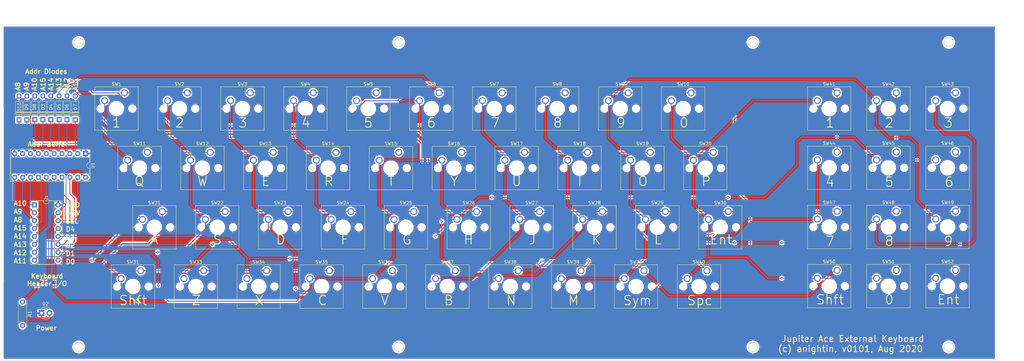
<source format=kicad_pcb>
(kicad_pcb (version 20171130) (host pcbnew "(5.0.1-3-g963ef8bb5)")
  (title_block (title "Jupiter ACE Keyboard") (date 2020-08-10) (rev v01) (comment 3 "Author: Andy Nightingale"))
  (layers (0 F.Cu signal hide) (31 B.Cu signal hide) (34 B.Paste user) (35 F.Paste user) (36 B.SilkS user) (37 F.SilkS user) (38 B.Mask user) (39 F.Mask user) (44 Edge.Cuts user))
  (net 0 "")
  (net 1 "Net-(D3-Pad2)")
  (net 2 /A15)
  (net 3 /A14)
  (net 4 "Net-(D4-Pad2)")
  (net 5 "Net-(D5-Pad2)")
  (net 6 /A13)
  (net 7 /A12)
  (net 8 "Net-(D6-Pad2)")
  (net 9 /A11)
  (net 10 "Net-(D7-Pad2)")
  (net 11 "Net-(D8-Pad2)")
  (net 12 /A10)
  (net 13 /A9)
  (net 14 "Net-(D9-Pad2)")
  (net 15 "Net-(D10-Pad2)")
  (net 16 /A8)
  (net 17 "Net-(J1-Pad1)")
  (net 18 "Net-(J1-Pad2)")
  (net 19 "Net-(J1-Pad3)")
  (net 20 "Net-(J1-Pad4)")
  (net 21 "Net-(J1-Pad5)")
  (net 22 "Net-(J1-Pad6)")
  (net 23 "Net-(J1-Pad14)")
  (net 24 "Net-(J1-Pad7)")
  (net 25 +5V)
  (net 26 "Net-(J1-Pad8)")
  (net 27 GND)
  (net 28 /D0)
  (net 29 /D1)
  (net 30 /D2)
  (net 31 /D3)
  (net 32 /D4)
  (net 33 "Net-(D2-Pad2)")
  (module Button_Switch_Keyboard:SW_Cherry_MX1A_1.00u_PCB (layer F.Cu) (at 168.451664 79.475)
    (fp_text reference SW38 (at -2.54 -2.794) (layer F.SilkS))
    (fp_text value N)
    (pad 1 thru_hole circle (at 0 0) (size 2.2 2.2) (drill 1.5) (layers *.Cu *.Mask) (net 1 "Net-(D3-Pad2)"))
    (pad 2 thru_hole circle (at -6.35 2.54) (size 2.2 2.2) (drill 1.5) (layers *.Cu *.Mask) (net 30 /D2))
    (pad "" np_thru_hole circle (at -2.54 5.08) (size 4 4) (drill 4) (layers *.Cu *.Mask))
    (pad "" np_thru_hole circle (at -7.62 5.08) (size 1.7 1.7) (drill 1.7) (layers *.Cu *.Mask))
    (pad "" np_thru_hole circle (at 2.54 5.08) (size 1.7 1.7) (drill 1.7) (layers *.Cu *.Mask))
  )
  (module Button_Switch_Keyboard:SW_Cherry_MX1A_1.00u_PCB (layer F.Cu) (at 67.251944 79.475)
    (fp_text reference SW33 (at -2.54 -2.794) (layer F.SilkS))
    (fp_text value Z)
    (pad 1 thru_hole circle (at 0 0) (size 2.2 2.2) (drill 1.5) (layers *.Cu *.Mask) (net 15 "Net-(D10-Pad2)"))
    (pad 2 thru_hole circle (at -6.35 2.54) (size 2.2 2.2) (drill 1.5) (layers *.Cu *.Mask) (net 30 /D2))
    (pad "" np_thru_hole circle (at -2.54 5.08) (size 4 4) (drill 4) (layers *.Cu *.Mask))
    (pad "" np_thru_hole circle (at -7.62 5.08) (size 1.7 1.7) (drill 1.7) (layers *.Cu *.Mask))
    (pad "" np_thru_hole circle (at 2.54 5.08) (size 1.7 1.7) (drill 1.7) (layers *.Cu *.Mask))
  )
  (module Button_Switch_Keyboard:SW_Cherry_MX1A_1.00u_PCB (layer F.Cu) (at 271.0815 22.225)
    (fp_text reference SW41 (at -2.54 -2.794) (layer F.SilkS))
    (fp_text value KP1)
    (pad 1 thru_hole circle (at 0 0) (size 2.2 2.2) (drill 1.5) (layers *.Cu *.Mask) (net 10 "Net-(D7-Pad2)"))
    (pad 2 thru_hole circle (at -6.35 2.54) (size 2.2 2.2) (drill 1.5) (layers *.Cu *.Mask) (net 28 /D0))
    (pad "" np_thru_hole circle (at -2.54 5.08) (size 4 4) (drill 4) (layers *.Cu *.Mask))
    (pad "" np_thru_hole circle (at -7.62 5.08) (size 1.7 1.7) (drill 1.7) (layers *.Cu *.Mask))
    (pad "" np_thru_hole circle (at 2.54 5.08) (size 1.7 1.7) (drill 1.7) (layers *.Cu *.Mask))
  )
  (module Diode_THT:D_DO-35_SOD27_P7.62mm_Horizontal (layer F.Cu) (at 15.490628 30.845393 90)
    (fp_text reference D3 (at 4.048393 0.066872 90) (layer F.SilkS))
    (fp_text value 1N4148)
    (fp_text user K (at 0 -2.473128 90) (layer F.SilkS))
    (pad 2 thru_hole oval (at 7.62 0 90) (size 1.6 1.6) (drill 0.8) (layers *.Cu *.Mask) (net 1 "Net-(D3-Pad2)"))
    (pad 1 thru_hole rect (at 0 0 90) (size 1.6 1.6) (drill 0.8) (layers *.Cu *.Mask) (net 2 /A15))
  )
  (module Diode_THT:D_DO-35_SOD27_P7.62mm_Horizontal (layer F.Cu) (at 18.030628 30.845393 90)
    (fp_text reference D4 (at 4.048393 0.066872 90) (layer F.SilkS))
    (fp_text value 1N4148)
    (fp_text user K (at 0 -2.473128 90) (layer F.SilkS))
    (pad 1 thru_hole rect (at 0 0 90) (size 1.6 1.6) (drill 0.8) (layers *.Cu *.Mask) (net 3 /A14))
    (pad 2 thru_hole oval (at 7.62 0 90) (size 1.6 1.6) (drill 0.8) (layers *.Cu *.Mask) (net 4 "Net-(D4-Pad2)"))
  )
  (module Diode_THT:D_DO-35_SOD27_P7.62mm_Horizontal (layer F.Cu) (at 20.697628 30.845393 90)
    (fp_text reference D5 (at 4.048393 -0.060128 90) (layer F.SilkS))
    (fp_text value 1N4148)
    (fp_text user K (at 0 -2.600128 90) (layer F.SilkS))
    (pad 2 thru_hole oval (at 7.62 0 90) (size 1.6 1.6) (drill 0.8) (layers *.Cu *.Mask) (net 5 "Net-(D5-Pad2)"))
    (pad 1 thru_hole rect (at 0 0 90) (size 1.6 1.6) (drill 0.8) (layers *.Cu *.Mask) (net 6 /A13))
  )
  (module Diode_THT:D_DO-35_SOD27_P7.62mm_Horizontal (layer F.Cu) (at 23.237628 30.845393 90)
    (fp_text reference D6 (at 4.048393 -0.060128 90) (layer F.SilkS))
    (fp_text value 1N4148)
    (fp_text user K (at 0 -2.346128 90) (layer F.SilkS))
    (pad 1 thru_hole rect (at 0 0 90) (size 1.6 1.6) (drill 0.8) (layers *.Cu *.Mask) (net 7 /A12))
    (pad 2 thru_hole oval (at 7.62 0 90) (size 1.6 1.6) (drill 0.8) (layers *.Cu *.Mask) (net 8 "Net-(D6-Pad2)"))
  )
  (module Diode_THT:D_DO-35_SOD27_P7.62mm_Horizontal (layer F.Cu) (at 25.913628 30.892393 90)
    (fp_text reference D7 (at 4.095393 0.057872 90) (layer F.SilkS))
    (fp_text value 1N4148)
    (fp_text user K (at 0.031393 -2.736128 90) (layer F.SilkS))
    (pad 1 thru_hole rect (at 0 0 90) (size 1.6 1.6) (drill 0.8) (layers *.Cu *.Mask) (net 9 /A11))
    (pad 2 thru_hole oval (at 7.62 0 90) (size 1.6 1.6) (drill 0.8) (layers *.Cu *.Mask) (net 10 "Net-(D7-Pad2)"))
  )
  (module Diode_THT:D_DO-35_SOD27_P7.62mm_Horizontal (layer F.Cu) (at 12.887128 30.845393 90)
    (fp_text reference D8 (at 4.048393 -0.123628 270) (layer F.SilkS))
    (fp_text value 1N4148)
    (fp_text user K (at -0.015607 -2.409628 90) (layer F.SilkS))
    (pad 2 thru_hole oval (at 7.62 0 90) (size 1.6 1.6) (drill 0.8) (layers *.Cu *.Mask) (net 11 "Net-(D8-Pad2)"))
    (pad 1 thru_hole rect (at 0 0 90) (size 1.6 1.6) (drill 0.8) (layers *.Cu *.Mask) (net 12 /A10))
  )
  (module Diode_THT:D_DO-35_SOD27_P7.62mm_Horizontal (layer F.Cu) (at 10.347128 30.908893 90)
    (fp_text reference D9 (at 4.111893 -0.123628 90) (layer F.SilkS))
    (fp_text value 1N4148)
    (fp_text user K (at 0.047893 -2.409628 90) (layer F.SilkS))
    (pad 1 thru_hole rect (at 0 0 90) (size 1.6 1.6) (drill 0.8) (layers *.Cu *.Mask) (net 13 /A9))
    (pad 2 thru_hole oval (at 7.62 0 90) (size 1.6 1.6) (drill 0.8) (layers *.Cu *.Mask) (net 14 "Net-(D9-Pad2)"))
  )
  (module Diode_THT:D_DO-35_SOD27_P7.62mm_Horizontal (layer F.Cu) (at 7.807128 30.908893 90)
    (fp_text reference D10 (at 4.111893 0.130372 90) (layer F.SilkS))
    (fp_text value 1N4148)
    (fp_text user K (at 0.047893 18.164372 90) (layer F.SilkS))
    (pad 2 thru_hole oval (at 7.62 0 90) (size 1.6 1.6) (drill 0.8) (layers *.Cu *.Mask) (net 15 "Net-(D10-Pad2)"))
    (pad 1 thru_hole rect (at 0 0 90) (size 1.6 1.6) (drill 0.8) (layers *.Cu *.Mask) (net 16 /A8))
  )
  (module Package_DIP:DIP-16_W7.62mm_Socket (layer F.Cu) (at 12.7635 58.293)
    (fp_text reference J1 (at 3.81 -2.33) (layer F.SilkS))
    (fp_text value Keyboard_Header)
    (pad 1 thru_hole rect (at 0 0) (size 1.6 1.6) (drill 0.8) (layers *.Cu *.Mask) (net 17 "Net-(J1-Pad1)"))
    (pad 9 thru_hole oval (at 7.62 17.78) (size 1.6 1.6) (drill 0.8) (layers *.Cu *.Mask) (net 28 /D0))
    (pad 2 thru_hole oval (at 0 2.54) (size 1.6 1.6) (drill 0.8) (layers *.Cu *.Mask) (net 18 "Net-(J1-Pad2)"))
    (pad 10 thru_hole oval (at 7.62 15.24) (size 1.6 1.6) (drill 0.8) (layers *.Cu *.Mask) (net 29 /D1))
    (pad 3 thru_hole oval (at 0 5.08) (size 1.6 1.6) (drill 0.8) (layers *.Cu *.Mask) (net 19 "Net-(J1-Pad3)"))
    (pad 11 thru_hole oval (at 7.62 12.7) (size 1.6 1.6) (drill 0.8) (layers *.Cu *.Mask) (net 30 /D2))
    (pad 4 thru_hole oval (at 0 7.62) (size 1.6 1.6) (drill 0.8) (layers *.Cu *.Mask) (net 20 "Net-(J1-Pad4)"))
    (pad 12 thru_hole oval (at 7.62 10.16) (size 1.6 1.6) (drill 0.8) (layers *.Cu *.Mask) (net 31 /D3))
    (pad 5 thru_hole oval (at 0 10.16) (size 1.6 1.6) (drill 0.8) (layers *.Cu *.Mask) (net 21 "Net-(J1-Pad5)"))
    (pad 13 thru_hole oval (at 7.62 7.62) (size 1.6 1.6) (drill 0.8) (layers *.Cu *.Mask) (net 32 /D4))
    (pad 6 thru_hole oval (at 0 12.7) (size 1.6 1.6) (drill 0.8) (layers *.Cu *.Mask) (net 22 "Net-(J1-Pad6)"))
    (pad 14 thru_hole oval (at 7.62 5.08) (size 1.6 1.6) (drill 0.8) (layers *.Cu *.Mask) (net 23 "Net-(J1-Pad14)"))
    (pad 7 thru_hole oval (at 0 15.24) (size 1.6 1.6) (drill 0.8) (layers *.Cu *.Mask) (net 24 "Net-(J1-Pad7)"))
    (pad 15 thru_hole oval (at 7.62 2.54) (size 1.6 1.6) (drill 0.8) (layers *.Cu *.Mask) (net 25 +5V))
    (pad 8 thru_hole oval (at 0 17.78) (size 1.6 1.6) (drill 0.8) (layers *.Cu *.Mask) (net 26 "Net-(J1-Pad8)"))
    (pad 16 thru_hole oval (at 7.62 0) (size 1.6 1.6) (drill 0.8) (layers *.Cu *.Mask) (net 27 GND))
  )
  (module Button_Switch_Keyboard:SW_Cherry_MX1A_1.00u_PCB (layer F.Cu) (at 41.7195 22.225)
    (fp_text reference SW1 (at -2.54 -2.794) (layer F.SilkS))
    (fp_text value 1)
    (pad "" np_thru_hole circle (at 2.54 5.08) (size 1.7 1.7) (drill 1.7) (layers *.Cu *.Mask))
    (pad "" np_thru_hole circle (at -7.62 5.08) (size 1.7 1.7) (drill 1.7) (layers *.Cu *.Mask))
    (pad "" np_thru_hole circle (at -2.54 5.08) (size 4 4) (drill 4) (layers *.Cu *.Mask))
    (pad 2 thru_hole circle (at -6.35 2.54) (size 2.2 2.2) (drill 1.5) (layers *.Cu *.Mask) (net 28 /D0))
    (pad 1 thru_hole circle (at 0 0) (size 2.2 2.2) (drill 1.5) (layers *.Cu *.Mask) (net 10 "Net-(D7-Pad2)"))
  )
  (module Button_Switch_Keyboard:SW_Cherry_MX1A_1.00u_PCB (layer F.Cu) (at 61.983055 22.221)
    (fp_text reference SW2 (at -2.54 -2.794) (layer F.SilkS))
    (fp_text value 2)
    (pad "" np_thru_hole circle (at 2.54 5.08) (size 1.7 1.7) (drill 1.7) (layers *.Cu *.Mask))
    (pad "" np_thru_hole circle (at -7.62 5.08) (size 1.7 1.7) (drill 1.7) (layers *.Cu *.Mask))
    (pad "" np_thru_hole circle (at -2.54 5.08) (size 4 4) (drill 4) (layers *.Cu *.Mask))
    (pad 2 thru_hole circle (at -6.35 2.54) (size 2.2 2.2) (drill 1.5) (layers *.Cu *.Mask) (net 29 /D1))
    (pad 1 thru_hole circle (at 0 0) (size 2.2 2.2) (drill 1.5) (layers *.Cu *.Mask) (net 10 "Net-(D7-Pad2)"))
  )
  (module Button_Switch_Keyboard:SW_Cherry_MX1A_1.00u_PCB (layer F.Cu) (at 82.24661 22.221)
    (fp_text reference SW3 (at -2.54 -2.794) (layer F.SilkS))
    (fp_text value 3)
    (pad "" np_thru_hole circle (at 2.54 5.08) (size 1.7 1.7) (drill 1.7) (layers *.Cu *.Mask))
    (pad "" np_thru_hole circle (at -7.62 5.08) (size 1.7 1.7) (drill 1.7) (layers *.Cu *.Mask))
    (pad "" np_thru_hole circle (at -2.54 5.08) (size 4 4) (drill 4) (layers *.Cu *.Mask))
    (pad 2 thru_hole circle (at -6.35 2.54) (size 2.2 2.2) (drill 1.5) (layers *.Cu *.Mask) (net 30 /D2))
    (pad 1 thru_hole circle (at 0 0) (size 2.2 2.2) (drill 1.5) (layers *.Cu *.Mask) (net 10 "Net-(D7-Pad2)"))
  )
  (module Button_Switch_Keyboard:SW_Cherry_MX1A_1.00u_PCB (layer F.Cu) (at 102.510165 22.221)
    (fp_text reference SW4 (at -2.54 -2.794) (layer F.SilkS))
    (fp_text value 4)
    (pad "" np_thru_hole circle (at 2.54 5.08) (size 1.7 1.7) (drill 1.7) (layers *.Cu *.Mask))
    (pad "" np_thru_hole circle (at -7.62 5.08) (size 1.7 1.7) (drill 1.7) (layers *.Cu *.Mask))
    (pad "" np_thru_hole circle (at -2.54 5.08) (size 4 4) (drill 4) (layers *.Cu *.Mask))
    (pad 2 thru_hole circle (at -6.35 2.54) (size 2.2 2.2) (drill 1.5) (layers *.Cu *.Mask) (net 31 /D3))
    (pad 1 thru_hole circle (at 0 0) (size 2.2 2.2) (drill 1.5) (layers *.Cu *.Mask) (net 10 "Net-(D7-Pad2)"))
  )
  (module Button_Switch_Keyboard:SW_Cherry_MX1A_1.00u_PCB (layer F.Cu) (at 122.77372 22.221)
    (fp_text reference SW5 (at -2.54 -2.794) (layer F.SilkS))
    (fp_text value 5)
    (pad "" np_thru_hole circle (at 2.54 5.08) (size 1.7 1.7) (drill 1.7) (layers *.Cu *.Mask))
    (pad "" np_thru_hole circle (at -7.62 5.08) (size 1.7 1.7) (drill 1.7) (layers *.Cu *.Mask))
    (pad "" np_thru_hole circle (at -2.54 5.08) (size 4 4) (drill 4) (layers *.Cu *.Mask))
    (pad 2 thru_hole circle (at -6.35 2.54) (size 2.2 2.2) (drill 1.5) (layers *.Cu *.Mask) (net 32 /D4))
    (pad 1 thru_hole circle (at 0 0) (size 2.2 2.2) (drill 1.5) (layers *.Cu *.Mask) (net 10 "Net-(D7-Pad2)"))
  )
  (module Button_Switch_Keyboard:SW_Cherry_MX1A_1.00u_PCB (layer F.Cu) (at 143.037275 22.221)
    (fp_text reference SW6 (at -2.54 -2.794) (layer F.SilkS))
    (fp_text value 6)
    (pad "" np_thru_hole circle (at 2.54 5.08) (size 1.7 1.7) (drill 1.7) (layers *.Cu *.Mask))
    (pad "" np_thru_hole circle (at -7.62 5.08) (size 1.7 1.7) (drill 1.7) (layers *.Cu *.Mask))
    (pad "" np_thru_hole circle (at -2.54 5.08) (size 4 4) (drill 4) (layers *.Cu *.Mask))
    (pad 2 thru_hole circle (at -6.35 2.54) (size 2.2 2.2) (drill 1.5) (layers *.Cu *.Mask) (net 32 /D4))
    (pad 1 thru_hole circle (at 0 0) (size 2.2 2.2) (drill 1.5) (layers *.Cu *.Mask) (net 8 "Net-(D6-Pad2)"))
  )
  (module Button_Switch_Keyboard:SW_Cherry_MX1A_1.00u_PCB (layer F.Cu) (at 163.30083 22.221)
    (fp_text reference SW7 (at -2.54 -2.794) (layer F.SilkS))
    (fp_text value 7)
    (pad "" np_thru_hole circle (at 2.54 5.08) (size 1.7 1.7) (drill 1.7) (layers *.Cu *.Mask))
    (pad "" np_thru_hole circle (at -7.62 5.08) (size 1.7 1.7) (drill 1.7) (layers *.Cu *.Mask))
    (pad "" np_thru_hole circle (at -2.54 5.08) (size 4 4) (drill 4) (layers *.Cu *.Mask))
    (pad 2 thru_hole circle (at -6.35 2.54) (size 2.2 2.2) (drill 1.5) (layers *.Cu *.Mask) (net 31 /D3))
    (pad 1 thru_hole circle (at 0 0) (size 2.2 2.2) (drill 1.5) (layers *.Cu *.Mask) (net 8 "Net-(D6-Pad2)"))
  )
  (module Button_Switch_Keyboard:SW_Cherry_MX1A_1.00u_PCB (layer F.Cu) (at 183.564385 22.221)
    (fp_text reference SW8 (at -2.54 -2.794) (layer F.SilkS))
    (fp_text value 8)
    (pad "" np_thru_hole circle (at 2.54 5.08) (size 1.7 1.7) (drill 1.7) (layers *.Cu *.Mask))
    (pad "" np_thru_hole circle (at -7.62 5.08) (size 1.7 1.7) (drill 1.7) (layers *.Cu *.Mask))
    (pad "" np_thru_hole circle (at -2.54 5.08) (size 4 4) (drill 4) (layers *.Cu *.Mask))
    (pad 2 thru_hole circle (at -6.35 2.54) (size 2.2 2.2) (drill 1.5) (layers *.Cu *.Mask) (net 30 /D2))
    (pad 1 thru_hole circle (at 0 0) (size 2.2 2.2) (drill 1.5) (layers *.Cu *.Mask) (net 8 "Net-(D6-Pad2)"))
  )
  (module Button_Switch_Keyboard:SW_Cherry_MX1A_1.00u_PCB (layer F.Cu) (at 203.82794 22.221)
    (fp_text reference SW9 (at -2.54 -2.794) (layer F.SilkS))
    (fp_text value 9)
    (pad "" np_thru_hole circle (at 2.54 5.08) (size 1.7 1.7) (drill 1.7) (layers *.Cu *.Mask))
    (pad "" np_thru_hole circle (at -7.62 5.08) (size 1.7 1.7) (drill 1.7) (layers *.Cu *.Mask))
    (pad "" np_thru_hole circle (at -2.54 5.08) (size 4 4) (drill 4) (layers *.Cu *.Mask))
    (pad 2 thru_hole circle (at -6.35 2.54) (size 2.2 2.2) (drill 1.5) (layers *.Cu *.Mask) (net 29 /D1))
    (pad 1 thru_hole circle (at 0 0) (size 2.2 2.2) (drill 1.5) (layers *.Cu *.Mask) (net 8 "Net-(D6-Pad2)"))
  )
  (module Button_Switch_Keyboard:SW_Cherry_MX1A_1.00u_PCB (layer F.Cu) (at 224.0915 22.225)
    (fp_text reference SW10 (at -2.54 -2.794) (layer F.SilkS))
    (fp_text value 0)
    (pad "" np_thru_hole circle (at 2.54 5.08) (size 1.7 1.7) (drill 1.7) (layers *.Cu *.Mask))
    (pad "" np_thru_hole circle (at -7.62 5.08) (size 1.7 1.7) (drill 1.7) (layers *.Cu *.Mask))
    (pad "" np_thru_hole circle (at -2.54 5.08) (size 4 4) (drill 4) (layers *.Cu *.Mask))
    (pad 2 thru_hole circle (at -6.35 2.54) (size 2.2 2.2) (drill 1.5) (layers *.Cu *.Mask) (net 28 /D0))
    (pad 1 thru_hole circle (at 0 0) (size 2.2 2.2) (drill 1.5) (layers *.Cu *.Mask) (net 8 "Net-(D6-Pad2)"))
  )
  (module Button_Switch_Keyboard:SW_Cherry_MX1A_1.00u_PCB (layer F.Cu) (at 49.134 41.367)
    (fp_text reference SW11 (at -2.54 -2.794) (layer F.SilkS))
    (fp_text value Q)
    (pad 1 thru_hole circle (at 0 0) (size 2.2 2.2) (drill 1.5) (layers *.Cu *.Mask) (net 11 "Net-(D8-Pad2)"))
    (pad 2 thru_hole circle (at -6.35 2.54) (size 2.2 2.2) (drill 1.5) (layers *.Cu *.Mask) (net 28 /D0))
    (pad "" np_thru_hole circle (at -2.54 5.08) (size 4 4) (drill 4) (layers *.Cu *.Mask))
    (pad "" np_thru_hole circle (at -7.62 5.08) (size 1.7 1.7) (drill 1.7) (layers *.Cu *.Mask))
    (pad "" np_thru_hole circle (at 2.54 5.08) (size 1.7 1.7) (drill 1.7) (layers *.Cu *.Mask))
  )
  (module Button_Switch_Keyboard:SW_Cherry_MX1A_1.00u_PCB (layer F.Cu) (at 69.363944 41.367)
    (fp_text reference SW12 (at -2.54 -2.794) (layer F.SilkS))
    (fp_text value W)
    (pad 1 thru_hole circle (at 0 0) (size 2.2 2.2) (drill 1.5) (layers *.Cu *.Mask) (net 11 "Net-(D8-Pad2)"))
    (pad 2 thru_hole circle (at -6.35 2.54) (size 2.2 2.2) (drill 1.5) (layers *.Cu *.Mask) (net 29 /D1))
    (pad "" np_thru_hole circle (at -2.54 5.08) (size 4 4) (drill 4) (layers *.Cu *.Mask))
    (pad "" np_thru_hole circle (at -7.62 5.08) (size 1.7 1.7) (drill 1.7) (layers *.Cu *.Mask))
    (pad "" np_thru_hole circle (at 2.54 5.08) (size 1.7 1.7) (drill 1.7) (layers *.Cu *.Mask))
  )
  (module Button_Switch_Keyboard:SW_Cherry_MX1A_1.00u_PCB (layer F.Cu) (at 89.593888 41.367)
    (fp_text reference SW13 (at -2.54 -2.794) (layer F.SilkS))
    (fp_text value E)
    (pad 1 thru_hole circle (at 0 0) (size 2.2 2.2) (drill 1.5) (layers *.Cu *.Mask) (net 11 "Net-(D8-Pad2)"))
    (pad 2 thru_hole circle (at -6.35 2.54) (size 2.2 2.2) (drill 1.5) (layers *.Cu *.Mask) (net 30 /D2))
    (pad "" np_thru_hole circle (at -2.54 5.08) (size 4 4) (drill 4) (layers *.Cu *.Mask))
    (pad "" np_thru_hole circle (at -7.62 5.08) (size 1.7 1.7) (drill 1.7) (layers *.Cu *.Mask))
    (pad "" np_thru_hole circle (at 2.54 5.08) (size 1.7 1.7) (drill 1.7) (layers *.Cu *.Mask))
  )
  (module Button_Switch_Keyboard:SW_Cherry_MX1A_1.00u_PCB (layer F.Cu) (at 109.823832 41.367)
    (fp_text reference SW14 (at -2.54 -2.794) (layer F.SilkS))
    (fp_text value R)
    (pad 1 thru_hole circle (at 0 0) (size 2.2 2.2) (drill 1.5) (layers *.Cu *.Mask) (net 11 "Net-(D8-Pad2)"))
    (pad 2 thru_hole circle (at -6.35 2.54) (size 2.2 2.2) (drill 1.5) (layers *.Cu *.Mask) (net 31 /D3))
    (pad "" np_thru_hole circle (at -2.54 5.08) (size 4 4) (drill 4) (layers *.Cu *.Mask))
    (pad "" np_thru_hole circle (at -7.62 5.08) (size 1.7 1.7) (drill 1.7) (layers *.Cu *.Mask))
    (pad "" np_thru_hole circle (at 2.54 5.08) (size 1.7 1.7) (drill 1.7) (layers *.Cu *.Mask))
  )
  (module Button_Switch_Keyboard:SW_Cherry_MX1A_1.00u_PCB (layer F.Cu) (at 130.053776 41.367)
    (fp_text reference SW15 (at -2.54 -2.794) (layer F.SilkS))
    (fp_text value T)
    (pad 1 thru_hole circle (at 0 0) (size 2.2 2.2) (drill 1.5) (layers *.Cu *.Mask) (net 11 "Net-(D8-Pad2)"))
    (pad 2 thru_hole circle (at -6.35 2.54) (size 2.2 2.2) (drill 1.5) (layers *.Cu *.Mask) (net 32 /D4))
    (pad "" np_thru_hole circle (at -2.54 5.08) (size 4 4) (drill 4) (layers *.Cu *.Mask))
    (pad "" np_thru_hole circle (at -7.62 5.08) (size 1.7 1.7) (drill 1.7) (layers *.Cu *.Mask))
    (pad "" np_thru_hole circle (at 2.54 5.08) (size 1.7 1.7) (drill 1.7) (layers *.Cu *.Mask))
  )
  (module Button_Switch_Keyboard:SW_Cherry_MX1A_1.00u_PCB (layer F.Cu) (at 150.28372 41.367)
    (fp_text reference SW16 (at -2.54 -2.794) (layer F.SilkS))
    (fp_text value Y)
    (pad 1 thru_hole circle (at 0 0) (size 2.2 2.2) (drill 1.5) (layers *.Cu *.Mask) (net 5 "Net-(D5-Pad2)"))
    (pad 2 thru_hole circle (at -6.35 2.54) (size 2.2 2.2) (drill 1.5) (layers *.Cu *.Mask) (net 32 /D4))
    (pad "" np_thru_hole circle (at -2.54 5.08) (size 4 4) (drill 4) (layers *.Cu *.Mask))
    (pad "" np_thru_hole circle (at -7.62 5.08) (size 1.7 1.7) (drill 1.7) (layers *.Cu *.Mask))
    (pad "" np_thru_hole circle (at 2.54 5.08) (size 1.7 1.7) (drill 1.7) (layers *.Cu *.Mask))
  )
  (module Button_Switch_Keyboard:SW_Cherry_MX1A_1.00u_PCB (layer F.Cu) (at 170.513664 41.367)
    (fp_text reference SW17 (at -2.54 -2.794) (layer F.SilkS))
    (fp_text value U)
    (pad 1 thru_hole circle (at 0 0) (size 2.2 2.2) (drill 1.5) (layers *.Cu *.Mask) (net 5 "Net-(D5-Pad2)"))
    (pad 2 thru_hole circle (at -6.35 2.54) (size 2.2 2.2) (drill 1.5) (layers *.Cu *.Mask) (net 31 /D3))
    (pad "" np_thru_hole circle (at -2.54 5.08) (size 4 4) (drill 4) (layers *.Cu *.Mask))
    (pad "" np_thru_hole circle (at -7.62 5.08) (size 1.7 1.7) (drill 1.7) (layers *.Cu *.Mask))
    (pad "" np_thru_hole circle (at 2.54 5.08) (size 1.7 1.7) (drill 1.7) (layers *.Cu *.Mask))
  )
  (module Button_Switch_Keyboard:SW_Cherry_MX1A_1.00u_PCB (layer F.Cu) (at 190.743608 41.367)
    (fp_text reference SW18 (at -2.54 -2.794) (layer F.SilkS))
    (fp_text value I)
    (pad 1 thru_hole circle (at 0 0) (size 2.2 2.2) (drill 1.5) (layers *.Cu *.Mask) (net 5 "Net-(D5-Pad2)"))
    (pad 2 thru_hole circle (at -6.35 2.54) (size 2.2 2.2) (drill 1.5) (layers *.Cu *.Mask) (net 30 /D2))
    (pad "" np_thru_hole circle (at -2.54 5.08) (size 4 4) (drill 4) (layers *.Cu *.Mask))
    (pad "" np_thru_hole circle (at -7.62 5.08) (size 1.7 1.7) (drill 1.7) (layers *.Cu *.Mask))
    (pad "" np_thru_hole circle (at 2.54 5.08) (size 1.7 1.7) (drill 1.7) (layers *.Cu *.Mask))
  )
  (module Button_Switch_Keyboard:SW_Cherry_MX1A_1.00u_PCB (layer F.Cu) (at 210.973552 41.367)
    (fp_text reference SW19 (at -2.54 -2.794) (layer F.SilkS))
    (fp_text value O)
    (pad 1 thru_hole circle (at 0 0) (size 2.2 2.2) (drill 1.5) (layers *.Cu *.Mask) (net 5 "Net-(D5-Pad2)"))
    (pad 2 thru_hole circle (at -6.35 2.54) (size 2.2 2.2) (drill 1.5) (layers *.Cu *.Mask) (net 29 /D1))
    (pad "" np_thru_hole circle (at -2.54 5.08) (size 4 4) (drill 4) (layers *.Cu *.Mask))
    (pad "" np_thru_hole circle (at -7.62 5.08) (size 1.7 1.7) (drill 1.7) (layers *.Cu *.Mask))
    (pad "" np_thru_hole circle (at 2.54 5.08) (size 1.7 1.7) (drill 1.7) (layers *.Cu *.Mask))
  )
  (module Button_Switch_Keyboard:SW_Cherry_MX1A_1.00u_PCB (layer F.Cu) (at 231.2035 41.367)
    (fp_text reference SW20 (at -2.54 -2.794) (layer F.SilkS))
    (fp_text value P)
    (pad 1 thru_hole circle (at 0 0) (size 2.2 2.2) (drill 1.5) (layers *.Cu *.Mask) (net 5 "Net-(D5-Pad2)"))
    (pad 2 thru_hole circle (at -6.35 2.54) (size 2.2 2.2) (drill 1.5) (layers *.Cu *.Mask) (net 28 /D0))
    (pad "" np_thru_hole circle (at -2.54 5.08) (size 4 4) (drill 4) (layers *.Cu *.Mask))
    (pad "" np_thru_hole circle (at -7.62 5.08) (size 1.7 1.7) (drill 1.7) (layers *.Cu *.Mask))
    (pad "" np_thru_hole circle (at 2.54 5.08) (size 1.7 1.7) (drill 1.7) (layers *.Cu *.Mask))
  )
  (module Button_Switch_Keyboard:SW_Cherry_MX1A_1.00u_PCB (layer F.Cu) (at 53.9115 60.421)
    (fp_text reference SW21 (at -2.54 -2.794) (layer F.SilkS))
    (fp_text value A)
    (pad "" np_thru_hole circle (at 2.54 5.08) (size 1.7 1.7) (drill 1.7) (layers *.Cu *.Mask))
    (pad "" np_thru_hole circle (at -7.62 5.08) (size 1.7 1.7) (drill 1.7) (layers *.Cu *.Mask))
    (pad "" np_thru_hole circle (at -2.54 5.08) (size 4 4) (drill 4) (layers *.Cu *.Mask))
    (pad 2 thru_hole circle (at -6.35 2.54) (size 2.2 2.2) (drill 1.5) (layers *.Cu *.Mask) (net 28 /D0))
    (pad 1 thru_hole circle (at 0 0) (size 2.2 2.2) (drill 1.5) (layers *.Cu *.Mask) (net 14 "Net-(D9-Pad2)"))
  )
  (module Button_Switch_Keyboard:SW_Cherry_MX1A_1.00u_PCB (layer F.Cu) (at 74.146833 60.421)
    (fp_text reference SW22 (at -2.54 -2.794) (layer F.SilkS))
    (fp_text value S)
    (pad "" np_thru_hole circle (at 2.54 5.08) (size 1.7 1.7) (drill 1.7) (layers *.Cu *.Mask))
    (pad "" np_thru_hole circle (at -7.62 5.08) (size 1.7 1.7) (drill 1.7) (layers *.Cu *.Mask))
    (pad "" np_thru_hole circle (at -2.54 5.08) (size 4 4) (drill 4) (layers *.Cu *.Mask))
    (pad 2 thru_hole circle (at -6.35 2.54) (size 2.2 2.2) (drill 1.5) (layers *.Cu *.Mask) (net 29 /D1))
    (pad 1 thru_hole circle (at 0 0) (size 2.2 2.2) (drill 1.5) (layers *.Cu *.Mask) (net 14 "Net-(D9-Pad2)"))
  )
  (module Button_Switch_Keyboard:SW_Cherry_MX1A_1.00u_PCB (layer F.Cu) (at 94.382166 60.421)
    (fp_text reference SW23 (at -2.54 -2.794) (layer F.SilkS))
    (fp_text value D)
    (pad "" np_thru_hole circle (at 2.54 5.08) (size 1.7 1.7) (drill 1.7) (layers *.Cu *.Mask))
    (pad "" np_thru_hole circle (at -7.62 5.08) (size 1.7 1.7) (drill 1.7) (layers *.Cu *.Mask))
    (pad "" np_thru_hole circle (at -2.54 5.08) (size 4 4) (drill 4) (layers *.Cu *.Mask))
    (pad 2 thru_hole circle (at -6.35 2.54) (size 2.2 2.2) (drill 1.5) (layers *.Cu *.Mask) (net 30 /D2))
    (pad 1 thru_hole circle (at 0 0) (size 2.2 2.2) (drill 1.5) (layers *.Cu *.Mask) (net 14 "Net-(D9-Pad2)"))
  )
  (module Button_Switch_Keyboard:SW_Cherry_MX1A_1.00u_PCB (layer F.Cu) (at 114.617499 60.421)
    (fp_text reference SW24 (at -2.54 -2.794) (layer F.SilkS))
    (fp_text value F)
    (pad "" np_thru_hole circle (at 2.54 5.08) (size 1.7 1.7) (drill 1.7) (layers *.Cu *.Mask))
    (pad "" np_thru_hole circle (at -7.62 5.08) (size 1.7 1.7) (drill 1.7) (layers *.Cu *.Mask))
    (pad "" np_thru_hole circle (at -2.54 5.08) (size 4 4) (drill 4) (layers *.Cu *.Mask))
    (pad 2 thru_hole circle (at -6.35 2.54) (size 2.2 2.2) (drill 1.5) (layers *.Cu *.Mask) (net 31 /D3))
    (pad 1 thru_hole circle (at 0 0) (size 2.2 2.2) (drill 1.5) (layers *.Cu *.Mask) (net 14 "Net-(D9-Pad2)"))
  )
  (module Button_Switch_Keyboard:SW_Cherry_MX1A_1.00u_PCB (layer F.Cu) (at 134.852832 60.421)
    (fp_text reference SW25 (at -2.54 -2.794) (layer F.SilkS))
    (fp_text value G)
    (pad "" np_thru_hole circle (at 2.54 5.08) (size 1.7 1.7) (drill 1.7) (layers *.Cu *.Mask))
    (pad "" np_thru_hole circle (at -7.62 5.08) (size 1.7 1.7) (drill 1.7) (layers *.Cu *.Mask))
    (pad "" np_thru_hole circle (at -2.54 5.08) (size 4 4) (drill 4) (layers *.Cu *.Mask))
    (pad 2 thru_hole circle (at -6.35 2.54) (size 2.2 2.2) (drill 1.5) (layers *.Cu *.Mask) (net 32 /D4))
    (pad 1 thru_hole circle (at 0 0) (size 2.2 2.2) (drill 1.5) (layers *.Cu *.Mask) (net 14 "Net-(D9-Pad2)"))
  )
  (module Button_Switch_Keyboard:SW_Cherry_MX1A_1.00u_PCB (layer F.Cu) (at 155.088165 60.421)
    (fp_text reference SW26 (at -2.54 -2.794) (layer F.SilkS))
    (fp_text value H)
    (pad "" np_thru_hole circle (at 2.54 5.08) (size 1.7 1.7) (drill 1.7) (layers *.Cu *.Mask))
    (pad "" np_thru_hole circle (at -7.62 5.08) (size 1.7 1.7) (drill 1.7) (layers *.Cu *.Mask))
    (pad "" np_thru_hole circle (at -2.54 5.08) (size 4 4) (drill 4) (layers *.Cu *.Mask))
    (pad 2 thru_hole circle (at -6.35 2.54) (size 2.2 2.2) (drill 1.5) (layers *.Cu *.Mask) (net 32 /D4))
    (pad 1 thru_hole circle (at 0 0) (size 2.2 2.2) (drill 1.5) (layers *.Cu *.Mask) (net 4 "Net-(D4-Pad2)"))
  )
  (module Button_Switch_Keyboard:SW_Cherry_MX1A_1.00u_PCB (layer F.Cu) (at 175.323498 60.421)
    (fp_text reference SW27 (at -2.54 -2.794) (layer F.SilkS))
    (fp_text value J)
    (pad "" np_thru_hole circle (at 2.54 5.08) (size 1.7 1.7) (drill 1.7) (layers *.Cu *.Mask))
    (pad "" np_thru_hole circle (at -7.62 5.08) (size 1.7 1.7) (drill 1.7) (layers *.Cu *.Mask))
    (pad "" np_thru_hole circle (at -2.54 5.08) (size 4 4) (drill 4) (layers *.Cu *.Mask))
    (pad 2 thru_hole circle (at -6.35 2.54) (size 2.2 2.2) (drill 1.5) (layers *.Cu *.Mask) (net 31 /D3))
    (pad 1 thru_hole circle (at 0 0) (size 2.2 2.2) (drill 1.5) (layers *.Cu *.Mask) (net 4 "Net-(D4-Pad2)"))
  )
  (module Button_Switch_Keyboard:SW_Cherry_MX1A_1.00u_PCB (layer F.Cu) (at 195.558831 60.421)
    (fp_text reference SW28 (at -2.54 -2.794) (layer F.SilkS))
    (fp_text value K)
    (pad "" np_thru_hole circle (at 2.54 5.08) (size 1.7 1.7) (drill 1.7) (layers *.Cu *.Mask))
    (pad "" np_thru_hole circle (at -7.62 5.08) (size 1.7 1.7) (drill 1.7) (layers *.Cu *.Mask))
    (pad "" np_thru_hole circle (at -2.54 5.08) (size 4 4) (drill 4) (layers *.Cu *.Mask))
    (pad 2 thru_hole circle (at -6.35 2.54) (size 2.2 2.2) (drill 1.5) (layers *.Cu *.Mask) (net 30 /D2))
    (pad 1 thru_hole circle (at 0 0) (size 2.2 2.2) (drill 1.5) (layers *.Cu *.Mask) (net 4 "Net-(D4-Pad2)"))
  )
  (module Button_Switch_Keyboard:SW_Cherry_MX1A_1.00u_PCB (layer F.Cu) (at 215.794164 60.421)
    (fp_text reference SW29 (at -2.54 -2.794) (layer F.SilkS))
    (fp_text value L)
    (pad "" np_thru_hole circle (at 2.54 5.08) (size 1.7 1.7) (drill 1.7) (layers *.Cu *.Mask))
    (pad "" np_thru_hole circle (at -7.62 5.08) (size 1.7 1.7) (drill 1.7) (layers *.Cu *.Mask))
    (pad "" np_thru_hole circle (at -2.54 5.08) (size 4 4) (drill 4) (layers *.Cu *.Mask))
    (pad 2 thru_hole circle (at -6.35 2.54) (size 2.2 2.2) (drill 1.5) (layers *.Cu *.Mask) (net 29 /D1))
    (pad 1 thru_hole circle (at 0 0) (size 2.2 2.2) (drill 1.5) (layers *.Cu *.Mask) (net 4 "Net-(D4-Pad2)"))
  )
  (module Button_Switch_Keyboard:SW_Cherry_MX1A_1.00u_PCB (layer F.Cu) (at 236.0295 60.421)
    (fp_text reference SW30 (at -2.54 -2.794) (layer F.SilkS))
    (fp_text value Enter)
    (pad "" np_thru_hole circle (at 2.54 5.08) (size 1.7 1.7) (drill 1.7) (layers *.Cu *.Mask))
    (pad "" np_thru_hole circle (at -7.62 5.08) (size 1.7 1.7) (drill 1.7) (layers *.Cu *.Mask))
    (pad "" np_thru_hole circle (at -2.54 5.08) (size 4 4) (drill 4) (layers *.Cu *.Mask))
    (pad 2 thru_hole circle (at -6.35 2.54) (size 2.2 2.2) (drill 1.5) (layers *.Cu *.Mask) (net 28 /D0))
    (pad 1 thru_hole circle (at 0 0) (size 2.2 2.2) (drill 1.5) (layers *.Cu *.Mask) (net 4 "Net-(D4-Pad2)"))
  )
  (module Button_Switch_Keyboard:SW_Cherry_MX1A_1.00u_PCB (layer F.Cu) (at 47.012 79.475)
    (fp_text reference SW31 (at -2.54 -2.794) (layer F.SilkS))
    (fp_text value Shft)
    (pad 1 thru_hole circle (at 0 0) (size 2.2 2.2) (drill 1.5) (layers *.Cu *.Mask) (net 15 "Net-(D10-Pad2)"))
    (pad 2 thru_hole circle (at -6.35 2.54) (size 2.2 2.2) (drill 1.5) (layers *.Cu *.Mask) (net 28 /D0))
    (pad "" np_thru_hole circle (at -2.54 5.08) (size 4 4) (drill 4) (layers *.Cu *.Mask))
    (pad "" np_thru_hole circle (at -7.62 5.08) (size 1.7 1.7) (drill 1.7) (layers *.Cu *.Mask))
    (pad "" np_thru_hole circle (at 2.54 5.08) (size 1.7 1.7) (drill 1.7) (layers *.Cu *.Mask))
  )
  (module Button_Switch_Keyboard:SW_Cherry_MX1A_1.00u_PCB (layer F.Cu) (at 208.931552 79.475)
    (fp_text reference SW32 (at -2.54 -2.794) (layer F.SilkS))
    (fp_text value Ctrl)
    (pad 1 thru_hole circle (at 0 0) (size 2.2 2.2) (drill 1.5) (layers *.Cu *.Mask) (net 15 "Net-(D10-Pad2)"))
    (pad 2 thru_hole circle (at -6.35 2.54) (size 2.2 2.2) (drill 1.5) (layers *.Cu *.Mask) (net 29 /D1))
    (pad "" np_thru_hole circle (at -2.54 5.08) (size 4 4) (drill 4) (layers *.Cu *.Mask))
    (pad "" np_thru_hole circle (at -7.62 5.08) (size 1.7 1.7) (drill 1.7) (layers *.Cu *.Mask))
    (pad "" np_thru_hole circle (at 2.54 5.08) (size 1.7 1.7) (drill 1.7) (layers *.Cu *.Mask))
  )
  (module Button_Switch_Keyboard:SW_Cherry_MX1A_1.00u_PCB (layer F.Cu) (at 87.491888 79.475)
    (fp_text reference SW34 (at -2.54 -2.794) (layer F.SilkS))
    (fp_text value X)
    (pad 1 thru_hole circle (at 0 0) (size 2.2 2.2) (drill 1.5) (layers *.Cu *.Mask) (net 15 "Net-(D10-Pad2)"))
    (pad 2 thru_hole circle (at -6.35 2.54) (size 2.2 2.2) (drill 1.5) (layers *.Cu *.Mask) (net 31 /D3))
    (pad "" np_thru_hole circle (at -2.54 5.08) (size 4 4) (drill 4) (layers *.Cu *.Mask))
    (pad "" np_thru_hole circle (at -7.62 5.08) (size 1.7 1.7) (drill 1.7) (layers *.Cu *.Mask))
    (pad "" np_thru_hole circle (at 2.54 5.08) (size 1.7 1.7) (drill 1.7) (layers *.Cu *.Mask))
  )
  (module Button_Switch_Keyboard:SW_Cherry_MX1A_1.00u_PCB (layer F.Cu) (at 107.731832 79.475)
    (fp_text reference SW35 (at -2.54 -2.794) (layer F.SilkS))
    (fp_text value C)
    (pad 1 thru_hole circle (at 0 0) (size 2.2 2.2) (drill 1.5) (layers *.Cu *.Mask) (net 15 "Net-(D10-Pad2)"))
    (pad 2 thru_hole circle (at -6.35 2.54) (size 2.2 2.2) (drill 1.5) (layers *.Cu *.Mask) (net 32 /D4))
    (pad "" np_thru_hole circle (at -2.54 5.08) (size 4 4) (drill 4) (layers *.Cu *.Mask))
    (pad "" np_thru_hole circle (at -7.62 5.08) (size 1.7 1.7) (drill 1.7) (layers *.Cu *.Mask))
    (pad "" np_thru_hole circle (at 2.54 5.08) (size 1.7 1.7) (drill 1.7) (layers *.Cu *.Mask))
  )
  (module Button_Switch_Keyboard:SW_Cherry_MX1A_1.00u_PCB (layer F.Cu) (at 127.971776 79.475)
    (fp_text reference SW36 (at -2.54 -2.794) (layer F.SilkS))
    (fp_text value V)
    (pad 1 thru_hole circle (at 0 0) (size 2.2 2.2) (drill 1.5) (layers *.Cu *.Mask) (net 1 "Net-(D3-Pad2)"))
    (pad 2 thru_hole circle (at -6.35 2.54) (size 2.2 2.2) (drill 1.5) (layers *.Cu *.Mask) (net 32 /D4))
    (pad "" np_thru_hole circle (at -2.54 5.08) (size 4 4) (drill 4) (layers *.Cu *.Mask))
    (pad "" np_thru_hole circle (at -7.62 5.08) (size 1.7 1.7) (drill 1.7) (layers *.Cu *.Mask))
    (pad "" np_thru_hole circle (at 2.54 5.08) (size 1.7 1.7) (drill 1.7) (layers *.Cu *.Mask))
  )
  (module Button_Switch_Keyboard:SW_Cherry_MX1A_1.00u_PCB (layer F.Cu) (at 148.21172 79.475)
    (fp_text reference SW37 (at -2.54 -2.794) (layer F.SilkS))
    (fp_text value B)
    (pad 1 thru_hole circle (at 0 0) (size 2.2 2.2) (drill 1.5) (layers *.Cu *.Mask) (net 1 "Net-(D3-Pad2)"))
    (pad 2 thru_hole circle (at -6.35 2.54) (size 2.2 2.2) (drill 1.5) (layers *.Cu *.Mask) (net 31 /D3))
    (pad "" np_thru_hole circle (at -2.54 5.08) (size 4 4) (drill 4) (layers *.Cu *.Mask))
    (pad "" np_thru_hole circle (at -7.62 5.08) (size 1.7 1.7) (drill 1.7) (layers *.Cu *.Mask))
    (pad "" np_thru_hole circle (at 2.54 5.08) (size 1.7 1.7) (drill 1.7) (layers *.Cu *.Mask))
  )
  (module Button_Switch_Keyboard:SW_Cherry_MX1A_1.00u_PCB (layer F.Cu) (at 188.691608 79.475)
    (fp_text reference SW39 (at -2.54 -2.794) (layer F.SilkS))
    (fp_text value M)
    (pad 1 thru_hole circle (at 0 0) (size 2.2 2.2) (drill 1.5) (layers *.Cu *.Mask) (net 1 "Net-(D3-Pad2)"))
    (pad 2 thru_hole circle (at -6.35 2.54) (size 2.2 2.2) (drill 1.5) (layers *.Cu *.Mask) (net 29 /D1))
    (pad "" np_thru_hole circle (at -2.54 5.08) (size 4 4) (drill 4) (layers *.Cu *.Mask))
    (pad "" np_thru_hole circle (at -7.62 5.08) (size 1.7 1.7) (drill 1.7) (layers *.Cu *.Mask))
    (pad "" np_thru_hole circle (at 2.54 5.08) (size 1.7 1.7) (drill 1.7) (layers *.Cu *.Mask))
  )
  (module Button_Switch_Keyboard:SW_Cherry_MX1A_1.00u_PCB (layer F.Cu) (at 229.1715 79.475)
    (fp_text reference SW40 (at -2.54 -2.794) (layer F.SilkS))
    (fp_text value Space)
    (pad 1 thru_hole circle (at 0 0) (size 2.2 2.2) (drill 1.5) (layers *.Cu *.Mask) (net 1 "Net-(D3-Pad2)"))
    (pad 2 thru_hole circle (at -6.35 2.54) (size 2.2 2.2) (drill 1.5) (layers *.Cu *.Mask) (net 28 /D0))
    (pad "" np_thru_hole circle (at -2.54 5.08) (size 4 4) (drill 4) (layers *.Cu *.Mask))
    (pad "" np_thru_hole circle (at -7.62 5.08) (size 1.7 1.7) (drill 1.7) (layers *.Cu *.Mask))
    (pad "" np_thru_hole circle (at 2.54 5.08) (size 1.7 1.7) (drill 1.7) (layers *.Cu *.Mask))
  )
  (module Button_Switch_Keyboard:SW_Cherry_MX1A_1.00u_PCB (layer F.Cu) (at 290.1315 22.225)
    (fp_text reference SW42 (at -2.54 -2.794) (layer F.SilkS))
    (fp_text value KP2)
    (pad 1 thru_hole circle (at 0 0) (size 2.2 2.2) (drill 1.5) (layers *.Cu *.Mask) (net 10 "Net-(D7-Pad2)"))
    (pad 2 thru_hole circle (at -6.35 2.54) (size 2.2 2.2) (drill 1.5) (layers *.Cu *.Mask) (net 29 /D1))
    (pad "" np_thru_hole circle (at -2.54 5.08) (size 4 4) (drill 4) (layers *.Cu *.Mask))
    (pad "" np_thru_hole circle (at -7.62 5.08) (size 1.7 1.7) (drill 1.7) (layers *.Cu *.Mask))
    (pad "" np_thru_hole circle (at 2.54 5.08) (size 1.7 1.7) (drill 1.7) (layers *.Cu *.Mask))
  )
  (module Button_Switch_Keyboard:SW_Cherry_MX1A_1.00u_PCB (layer F.Cu) (at 309.1815 22.225)
    (fp_text reference SW43 (at -2.54 -2.794) (layer F.SilkS))
    (fp_text value KP3)
    (pad "" np_thru_hole circle (at 2.54 5.08) (size 1.7 1.7) (drill 1.7) (layers *.Cu *.Mask))
    (pad "" np_thru_hole circle (at -7.62 5.08) (size 1.7 1.7) (drill 1.7) (layers *.Cu *.Mask))
    (pad "" np_thru_hole circle (at -2.54 5.08) (size 4 4) (drill 4) (layers *.Cu *.Mask))
    (pad 2 thru_hole circle (at -6.35 2.54) (size 2.2 2.2) (drill 1.5) (layers *.Cu *.Mask) (net 30 /D2))
    (pad 1 thru_hole circle (at 0 0) (size 2.2 2.2) (drill 1.5) (layers *.Cu *.Mask) (net 10 "Net-(D7-Pad2)"))
  )
  (module Button_Switch_Keyboard:SW_Cherry_MX1A_1.00u_PCB (layer F.Cu) (at 271.0815 41.275)
    (fp_text reference SW44 (at -2.54 -2.794) (layer F.SilkS))
    (fp_text value KP4)
    (pad "" np_thru_hole circle (at 2.54 5.08) (size 1.7 1.7) (drill 1.7) (layers *.Cu *.Mask))
    (pad "" np_thru_hole circle (at -7.62 5.08) (size 1.7 1.7) (drill 1.7) (layers *.Cu *.Mask))
    (pad "" np_thru_hole circle (at -2.54 5.08) (size 4 4) (drill 4) (layers *.Cu *.Mask))
    (pad 2 thru_hole circle (at -6.35 2.54) (size 2.2 2.2) (drill 1.5) (layers *.Cu *.Mask) (net 31 /D3))
    (pad 1 thru_hole circle (at 0 0) (size 2.2 2.2) (drill 1.5) (layers *.Cu *.Mask) (net 10 "Net-(D7-Pad2)"))
  )
  (module Button_Switch_Keyboard:SW_Cherry_MX1A_1.00u_PCB (layer F.Cu) (at 290.1315 41.275)
    (fp_text reference SW45 (at -2.54 -2.794) (layer F.SilkS))
    (fp_text value KP5)
    (pad "" np_thru_hole circle (at 2.54 5.08) (size 1.7 1.7) (drill 1.7) (layers *.Cu *.Mask))
    (pad "" np_thru_hole circle (at -7.62 5.08) (size 1.7 1.7) (drill 1.7) (layers *.Cu *.Mask))
    (pad "" np_thru_hole circle (at -2.54 5.08) (size 4 4) (drill 4) (layers *.Cu *.Mask))
    (pad 2 thru_hole circle (at -6.35 2.54) (size 2.2 2.2) (drill 1.5) (layers *.Cu *.Mask) (net 32 /D4))
    (pad 1 thru_hole circle (at 0 0) (size 2.2 2.2) (drill 1.5) (layers *.Cu *.Mask) (net 10 "Net-(D7-Pad2)"))
  )
  (module Button_Switch_Keyboard:SW_Cherry_MX1A_1.00u_PCB (layer F.Cu) (at 309.1815 41.275)
    (fp_text reference SW46 (at -2.54 -2.794) (layer F.SilkS))
    (fp_text value KP6)
    (pad 1 thru_hole circle (at 0 0) (size 2.2 2.2) (drill 1.5) (layers *.Cu *.Mask) (net 8 "Net-(D6-Pad2)"))
    (pad 2 thru_hole circle (at -6.35 2.54) (size 2.2 2.2) (drill 1.5) (layers *.Cu *.Mask) (net 32 /D4))
    (pad "" np_thru_hole circle (at -2.54 5.08) (size 4 4) (drill 4) (layers *.Cu *.Mask))
    (pad "" np_thru_hole circle (at -7.62 5.08) (size 1.7 1.7) (drill 1.7) (layers *.Cu *.Mask))
    (pad "" np_thru_hole circle (at 2.54 5.08) (size 1.7 1.7) (drill 1.7) (layers *.Cu *.Mask))
  )
  (module Button_Switch_Keyboard:SW_Cherry_MX1A_1.00u_PCB (layer F.Cu) (at 271.0815 60.325)
    (fp_text reference SW47 (at -2.54 -2.794) (layer F.SilkS))
    (fp_text value KP7)
    (pad 1 thru_hole circle (at 0 0) (size 2.2 2.2) (drill 1.5) (layers *.Cu *.Mask) (net 8 "Net-(D6-Pad2)"))
    (pad 2 thru_hole circle (at -6.35 2.54) (size 2.2 2.2) (drill 1.5) (layers *.Cu *.Mask) (net 31 /D3))
    (pad "" np_thru_hole circle (at -2.54 5.08) (size 4 4) (drill 4) (layers *.Cu *.Mask))
    (pad "" np_thru_hole circle (at -7.62 5.08) (size 1.7 1.7) (drill 1.7) (layers *.Cu *.Mask))
    (pad "" np_thru_hole circle (at 2.54 5.08) (size 1.7 1.7) (drill 1.7) (layers *.Cu *.Mask))
  )
  (module Button_Switch_Keyboard:SW_Cherry_MX1A_1.00u_PCB (layer F.Cu) (at 290.1315 60.325)
    (fp_text reference SW48 (at -2.54 -2.794) (layer F.SilkS))
    (fp_text value KP8)
    (pad 1 thru_hole circle (at 0 0) (size 2.2 2.2) (drill 1.5) (layers *.Cu *.Mask) (net 8 "Net-(D6-Pad2)"))
    (pad 2 thru_hole circle (at -6.35 2.54) (size 2.2 2.2) (drill 1.5) (layers *.Cu *.Mask) (net 30 /D2))
    (pad "" np_thru_hole circle (at -2.54 5.08) (size 4 4) (drill 4) (layers *.Cu *.Mask))
    (pad "" np_thru_hole circle (at -7.62 5.08) (size 1.7 1.7) (drill 1.7) (layers *.Cu *.Mask))
    (pad "" np_thru_hole circle (at 2.54 5.08) (size 1.7 1.7) (drill 1.7) (layers *.Cu *.Mask))
  )
  (module Button_Switch_Keyboard:SW_Cherry_MX1A_1.00u_PCB (layer F.Cu) (at 309.1815 60.325)
    (fp_text reference SW49 (at -2.54 -2.794) (layer F.SilkS))
    (fp_text value KP9)
    (pad "" np_thru_hole circle (at 2.54 5.08) (size 1.7 1.7) (drill 1.7) (layers *.Cu *.Mask))
    (pad "" np_thru_hole circle (at -7.62 5.08) (size 1.7 1.7) (drill 1.7) (layers *.Cu *.Mask))
    (pad "" np_thru_hole circle (at -2.54 5.08) (size 4 4) (drill 4) (layers *.Cu *.Mask))
    (pad 2 thru_hole circle (at -6.35 2.54) (size 2.2 2.2) (drill 1.5) (layers *.Cu *.Mask) (net 29 /D1))
    (pad 1 thru_hole circle (at 0 0) (size 2.2 2.2) (drill 1.5) (layers *.Cu *.Mask) (net 8 "Net-(D6-Pad2)"))
  )
  (module Button_Switch_Keyboard:SW_Cherry_MX1A_1.00u_PCB (layer F.Cu) (at 271.0815 79.375)
    (fp_text reference SW50 (at -2.54 -2.794) (layer F.SilkS))
    (fp_text value KPShft)
    (pad "" np_thru_hole circle (at 2.54 5.08) (size 1.7 1.7) (drill 1.7) (layers *.Cu *.Mask))
    (pad "" np_thru_hole circle (at -7.62 5.08) (size 1.7 1.7) (drill 1.7) (layers *.Cu *.Mask))
    (pad "" np_thru_hole circle (at -2.54 5.08) (size 4 4) (drill 4) (layers *.Cu *.Mask))
    (pad 2 thru_hole circle (at -6.35 2.54) (size 2.2 2.2) (drill 1.5) (layers *.Cu *.Mask) (net 28 /D0))
    (pad 1 thru_hole circle (at 0 0) (size 2.2 2.2) (drill 1.5) (layers *.Cu *.Mask) (net 15 "Net-(D10-Pad2)"))
  )
  (module Button_Switch_Keyboard:SW_Cherry_MX1A_1.00u_PCB (layer F.Cu) (at 290.1315 79.375)
    (fp_text reference SW51 (at -2.54 -2.794) (layer F.SilkS))
    (fp_text value KP0)
    (pad "" np_thru_hole circle (at 2.54 5.08) (size 1.7 1.7) (drill 1.7) (layers *.Cu *.Mask))
    (pad "" np_thru_hole circle (at -7.62 5.08) (size 1.7 1.7) (drill 1.7) (layers *.Cu *.Mask))
    (pad "" np_thru_hole circle (at -2.54 5.08) (size 4 4) (drill 4) (layers *.Cu *.Mask))
    (pad 2 thru_hole circle (at -6.35 2.54) (size 2.2 2.2) (drill 1.5) (layers *.Cu *.Mask) (net 28 /D0))
    (pad 1 thru_hole circle (at 0 0) (size 2.2 2.2) (drill 1.5) (layers *.Cu *.Mask) (net 8 "Net-(D6-Pad2)"))
  )
  (module Button_Switch_Keyboard:SW_Cherry_MX1A_1.00u_PCB (layer F.Cu) (at 309.1815 79.375)
    (fp_text reference SW52 (at -2.54 -2.794) (layer F.SilkS))
    (fp_text value KPEnter)
    (pad 1 thru_hole circle (at 0 0) (size 2.2 2.2) (drill 1.5) (layers *.Cu *.Mask) (net 4 "Net-(D4-Pad2)"))
    (pad 2 thru_hole circle (at -6.35 2.54) (size 2.2 2.2) (drill 1.5) (layers *.Cu *.Mask) (net 28 /D0))
    (pad "" np_thru_hole circle (at -2.54 5.08) (size 4 4) (drill 4) (layers *.Cu *.Mask))
    (pad "" np_thru_hole circle (at -7.62 5.08) (size 1.7 1.7) (drill 1.7) (layers *.Cu *.Mask))
    (pad "" np_thru_hole circle (at 2.54 5.08) (size 1.7 1.7) (drill 1.7) (layers *.Cu *.Mask))
  )
  (module Package_DIP:DIP-20_W7.62mm_Socket (layer F.Cu) (at 29.2735 41.783 270)
    (fp_text reference U1 (at 3.81 -2.33 270) (layer F.SilkS))
    (fp_text value 74LS245)
    (pad 1 thru_hole rect (at 0 0 270) (size 1.6 1.6) (drill 0.8) (layers *.Cu *.Mask) (net 27 GND))
    (pad 11 thru_hole oval (at 7.62 22.86 270) (size 1.6 1.6) (drill 0.8) (layers *.Cu *.Mask) (net 19 "Net-(J1-Pad3)"))
    (pad 2 thru_hole oval (at 0 2.54 270) (size 1.6 1.6) (drill 0.8) (layers *.Cu *.Mask) (net 9 /A11))
    (pad 12 thru_hole oval (at 7.62 20.32 270) (size 1.6 1.6) (drill 0.8) (layers *.Cu *.Mask) (net 18 "Net-(J1-Pad2)"))
    (pad 3 thru_hole oval (at 0 5.08 270) (size 1.6 1.6) (drill 0.8) (layers *.Cu *.Mask) (net 7 /A12))
    (pad 13 thru_hole oval (at 7.62 17.78 270) (size 1.6 1.6) (drill 0.8) (layers *.Cu *.Mask) (net 17 "Net-(J1-Pad1)"))
    (pad 4 thru_hole oval (at 0 7.62 270) (size 1.6 1.6) (drill 0.8) (layers *.Cu *.Mask) (net 6 /A13))
    (pad 14 thru_hole oval (at 7.62 15.24 270) (size 1.6 1.6) (drill 0.8) (layers *.Cu *.Mask) (net 20 "Net-(J1-Pad4)"))
    (pad 5 thru_hole oval (at 0 10.16 270) (size 1.6 1.6) (drill 0.8) (layers *.Cu *.Mask) (net 3 /A14))
    (pad 15 thru_hole oval (at 7.62 12.7 270) (size 1.6 1.6) (drill 0.8) (layers *.Cu *.Mask) (net 21 "Net-(J1-Pad5)"))
    (pad 6 thru_hole oval (at 0 12.7 270) (size 1.6 1.6) (drill 0.8) (layers *.Cu *.Mask) (net 2 /A15))
    (pad 16 thru_hole oval (at 7.62 10.16 270) (size 1.6 1.6) (drill 0.8) (layers *.Cu *.Mask) (net 22 "Net-(J1-Pad6)"))
    (pad 7 thru_hole oval (at 0 15.24 270) (size 1.6 1.6) (drill 0.8) (layers *.Cu *.Mask) (net 12 /A10))
    (pad 17 thru_hole oval (at 7.62 7.62 270) (size 1.6 1.6) (drill 0.8) (layers *.Cu *.Mask) (net 24 "Net-(J1-Pad7)"))
    (pad 8 thru_hole oval (at 0 17.78 270) (size 1.6 1.6) (drill 0.8) (layers *.Cu *.Mask) (net 13 /A9))
    (pad 18 thru_hole oval (at 7.62 5.08 270) (size 1.6 1.6) (drill 0.8) (layers *.Cu *.Mask) (net 26 "Net-(J1-Pad8)"))
    (pad 9 thru_hole oval (at 0 20.32 270) (size 1.6 1.6) (drill 0.8) (layers *.Cu *.Mask) (net 16 /A8))
    (pad 19 thru_hole oval (at 7.62 2.54 270) (size 1.6 1.6) (drill 0.8) (layers *.Cu *.Mask) (net 23 "Net-(J1-Pad14)"))
    (pad 10 thru_hole oval (at 0 22.86 270) (size 1.6 1.6) (drill 0.8) (layers *.Cu *.Mask) (net 27 GND))
    (pad 20 thru_hole oval (at 7.62 0 270) (size 1.6 1.6) (drill 0.8) (layers *.Cu *.Mask) (net 25 +5V))
  )
  (module LED_THT:LED_D3.0mm (layer F.Cu) (at 15.0495 93.091)
    (fp_text reference D2 (at 1.27 -2.96) (layer F.SilkS))
    (fp_text value LED)
    (pad 1 thru_hole rect (at 0 0) (size 1.8 1.8) (drill 0.9) (layers *.Cu *.Mask) (net 27 GND))
    (pad 2 thru_hole circle (at 2.54 0) (size 1.8 1.8) (drill 0.9) (layers *.Cu *.Mask) (net 33 "Net-(D2-Pad2)"))
  )
  (module Resistor_THT:R_Axial_DIN0207_L6.3mm_D2.5mm_P7.62mm_Horizontal (layer F.Cu) (at 8.9535 89.535 270)
    (fp_text reference R1 (at 3.81 -2.37 270) (layer F.SilkS))
    (fp_text value 1K)
    (pad 1 thru_hole circle (at 0 0 270) (size 1.6 1.6) (drill 0.8) (layers *.Cu *.Mask) (net 25 +5V))
    (pad 2 thru_hole oval (at 7.62 0 270) (size 1.6 1.6) (drill 0.8) (layers *.Cu *.Mask) (net 33 "Net-(D2-Pad2)"))
  )
  (gr_text Power (at 16.5735 97.917) (layer F.SilkS) (effects (font (size 1.5 1.5) (thickness 0.3))))
  (gr_text Q (at 46.5455 50.673) (layer F.SilkS) (effects (font (size 3 3) (thickness 0.3))))
  (gr_text W (at 66.8655 50.673) (layer F.SilkS) (effects (font (size 3 3) (thickness 0.3))))
  (gr_text E (at 87.1855 50.673) (layer F.SilkS) (effects (font (size 3 3) (thickness 0.3))))
  (gr_text R (at 107.5055 50.673) (layer F.SilkS) (effects (font (size 3 3) (thickness 0.3))))
  (gr_text T (at 127.5715 50.673) (layer F.SilkS) (effects (font (size 3 3) (thickness 0.3))))
  (gr_text Y (at 147.8915 50.673) (layer F.SilkS) (effects (font (size 3 3) (thickness 0.3))))
  (gr_text U (at 167.9575 50.673) (layer F.SilkS) (effects (font (size 3 3) (thickness 0.3))))
  (gr_text I (at 188.2775 50.673) (layer F.SilkS) (effects (font (size 3 3) (thickness 0.3))))
  (gr_text O (at 208.5975 50.673) (layer F.SilkS) (effects (font (size 3 3) (thickness 0.3))))
  (gr_text P (at 228.9175 50.673) (layer F.SilkS) (effects (font (size 3 3) (thickness 0.3))))
  (gr_text Ent (at 233.7435 69.469) (layer F.SilkS) (effects (font (size 3 3) (thickness 0.3))))
  (gr_text L (at 213.4235 69.469) (layer F.SilkS) (effects (font (size 3 3) (thickness 0.3))))
  (gr_text K (at 193.6115 69.469) (layer F.SilkS) (effects (font (size 3 3) (thickness 0.3))))
  (gr_text J (at 173.0375 69.469) (layer F.SilkS) (effects (font (size 3 3) (thickness 0.3))))
  (gr_text H (at 152.4635 69.469) (layer F.SilkS) (effects (font (size 3 3) (thickness 0.3))))
  (gr_text G (at 132.6515 69.469) (layer F.SilkS) (effects (font (size 3 3) (thickness 0.3))))
  (gr_text F (at 112.5855 69.469) (layer F.SilkS) (effects (font (size 3 3) (thickness 0.3))))
  (gr_text D (at 92.0115 69.469) (layer F.SilkS) (effects (font (size 3 3) (thickness 0.3))))
  (gr_text S (at 71.6915 69.469) (layer F.SilkS) (effects (font (size 3 3) (thickness 0.3))))
  (gr_text A (at 51.3715 69.469) (layer F.SilkS) (effects (font (size 3 3) (thickness 0.3))))
  (gr_text Shft (at 44.5135 89.027) (layer F.SilkS) (effects (font (size 3 3) (thickness 0.3))))
  (gr_text Z (at 64.8335 89.027) (layer F.SilkS) (effects (font (size 3 3) (thickness 0.3))))
  (gr_text X (at 85.1535 89.027) (layer F.SilkS) (effects (font (size 3 3) (thickness 0.3))))
  (gr_text C (at 105.4735 89.027) (layer F.SilkS) (effects (font (size 3 3) (thickness 0.3))))
  (gr_text V (at 125.5395 89.027) (layer F.SilkS) (effects (font (size 3 3) (thickness 0.3))))
  (gr_text B (at 146.1135 89.027) (layer F.SilkS) (effects (font (size 3 3) (thickness 0.3))))
  (gr_text N (at 166.1795 89.027) (layer F.SilkS) (effects (font (size 3 3) (thickness 0.3))))
  (gr_text M (at 186.2455 89.027) (layer F.SilkS) (effects (font (size 3 3) (thickness 0.3))))
  (gr_text Sym (at 206.8195 89.027) (layer F.SilkS) (effects (font (size 3 3) (thickness 0.3))))
  (gr_text Spc (at 226.8855 89.027) (layer F.SilkS) (effects (font (size 3 3) (thickness 0.3))))
  (gr_text Ent (at 306.8955 88.773) (layer F.SilkS) (effects (font (size 3 3) (thickness 0.3))))
  (gr_text 0 (at 287.8455 88.773) (layer F.SilkS) (effects (font (size 3 3) (thickness 0.3))))
  (gr_text Shft (at 268.7955 88.773) (layer F.SilkS) (effects (font (size 3 3) (thickness 0.3))))
  (gr_text 9 (at 306.8955 69.977) (layer F.SilkS) (effects (font (size 3 3) (thickness 0.3))))
  (gr_text 8 (at 287.8455 69.977) (layer F.SilkS) (effects (font (size 3 3) (thickness 0.3))))
  (gr_text 7 (at 268.7955 69.977) (layer F.SilkS) (effects (font (size 3 3) (thickness 0.3))))
  (gr_text 6 (at 307.1495 50.927) (layer F.SilkS) (effects (font (size 3 3) (thickness 0.3))))
  (gr_text 5 (at 287.8455 50.927) (layer F.SilkS) (effects (font (size 3 3) (thickness 0.3))))
  (gr_text 4 (at 268.7955 50.927) (layer F.SilkS) (effects (font (size 3 3) (thickness 0.3))))
  (gr_text 3 (at 306.8955 31.877) (layer F.SilkS) (effects (font (size 3 3) (thickness 0.3))))
  (gr_text 2 (at 287.8455 31.877) (layer F.SilkS) (effects (font (size 3 3) (thickness 0.3))))
  (gr_text 1 (at 268.7955 31.877) (layer F.SilkS) (effects (font (size 3 3) (thickness 0.3))))
  (gr_text 0 (at 221.8055 31.877) (layer F.SilkS) (effects (font (size 3 3) (thickness 0.3))))
  (gr_text 9 (at 201.4855 31.877) (layer F.SilkS) (effects (font (size 3 3) (thickness 0.3))))
  (gr_text 8 (at 181.1655 31.877) (layer F.SilkS) (effects (font (size 3 3) (thickness 0.3))))
  (gr_text 7 (at 161.0995 31.877) (layer F.SilkS) (effects (font (size 3 3) (thickness 0.3))))
  (gr_text 6 (at 140.5255 31.877) (layer F.SilkS) (effects (font (size 3 3) (thickness 0.3))))
  (gr_text 5 (at 120.2055 31.877) (layer F.SilkS) (effects (font (size 3 3) (thickness 0.3))))
  (gr_text 4 (at 100.1395 31.877) (layer F.SilkS) (effects (font (size 3 3) (thickness 0.3))))
  (gr_text 3 (at 79.8195 31.877) (layer F.SilkS) (effects (font (size 3 3) (thickness 0.3))))
  (gr_text 2 (at 59.4995 31.877) (layer F.SilkS) (effects (font (size 3 3) (thickness 0.3))))
  (gr_text 1 (at 39.1795 31.877) (layer F.SilkS) (effects (font (size 3 3) (thickness 0.3))))
  (gr_text A11 (at 25.9715 21.717 90) (layer F.SilkS) (effects (font (size 1.5 1.5) (thickness 0.3)) (justify left)))
  (gr_text A13 (at 20.601215 21.717 90) (layer F.SilkS) (effects (font (size 1.5 1.5) (thickness 0.3)) (justify left)))
  (gr_text A14 (at 18.0975 21.717 90) (layer F.SilkS) (effects (font (size 1.5 1.5) (thickness 0.3)) (justify left)))
  (gr_text A12 (at 23.1775 21.717 90) (layer F.SilkS) (effects (font (size 1.5 1.5) (thickness 0.3)) (justify left)))
  (gr_text A15 (at 15.5575 21.717 90) (layer F.SilkS) (effects (font (size 1.5 1.5) (thickness 0.3)) (justify left)))
  (gr_text A10 (at 12.7635 21.717 90) (layer F.SilkS) (effects (font (size 1.5 1.5) (thickness 0.3)) (justify left)))
  (gr_text A9 (at 10.2235 21.717 90) (layer F.SilkS) (effects (font (size 1.5 1.5) (thickness 0.3)) (justify left)))
  (gr_text A8 (at 7.4295 21.717 90) (layer F.SilkS) (effects (font (size 1.5 1.5) (thickness 0.3)) (justify left)))
  (gr_circle (center 27 104) (end 28.5 104) (layer Edge.Cuts) (width 0.2))
  (gr_circle (center 244 104) (end 245.5 104) (layer Edge.Cuts) (width 0.2))
  (gr_circle (center 307 104) (end 308.5 104) (layer Edge.Cuts) (width 0.2))
  (gr_circle (center 130 104) (end 131.5 104) (layer Edge.Cuts) (width 0.2))
  (gr_circle (center 244 6) (end 245.5 6) (layer Edge.Cuts) (width 0.2))
  (gr_circle (center 307 6) (end 308.5 6) (layer Edge.Cuts) (width 0.2))
  (gr_circle (center 130 6) (end 131.5 6) (layer Edge.Cuts) (width 0.2))
  (gr_circle (center 27 6) (end 28.5 6) (layer Edge.Cuts) (width 0.2))
  (gr_text "Keyboard\nHeader I/O" (at 16.8275 82.423) (layer F.SilkS) (effects (font (size 1.5 1.5) (thickness 0.3))))
  (gr_text "Addr Diodes" (at 16.5735 15.367) (layer F.SilkS) (effects (font (size 1.5 1.5) (thickness 0.3))))
  (gr_text "Addr Buffer" (at 17.0815 38.735) (layer F.SilkS) (effects (font (size 1.5 1.5) (thickness 0.3))))
  (gr_text D4 (at 22.6695 66.130713) (layer F.SilkS) (effects (font (size 1.5 1.5) (thickness 0.3)) (justify left)))
  (gr_text D0 (at 22.6695 76.581) (layer F.SilkS) (effects (font (size 1.5 1.5) (thickness 0.3)) (justify left)))
  (gr_text D2 (at 22.6695 71.355855) (layer F.SilkS) (effects (font (size 1.5 1.5) (thickness 0.3)) (justify left)))
  (gr_text D1 (at 22.6695 73.968426) (layer F.SilkS) (effects (font (size 1.5 1.5) (thickness 0.3)) (justify left)))
  (gr_text D3 (at 22.6695 68.743284) (layer F.SilkS) (effects (font (size 1.5 1.5) (thickness 0.3)) (justify left)))
  (gr_text A15 (at 5.9055 65.731571) (layer F.SilkS) (effects (font (size 1.5 1.5) (thickness 0.3)) (justify left)))
  (gr_text A12 (at 5.9055 73.678142) (layer F.SilkS) (effects (font (size 1.5 1.5) (thickness 0.3)) (justify left)))
  (gr_text A14 (at 5.9055 68.380428) (layer F.SilkS) (effects (font (size 1.5 1.5) (thickness 0.3)) (justify left)))
  (gr_text A13 (at 5.9055 71.029285) (layer F.SilkS) (effects (font (size 1.5 1.5) (thickness 0.3)) (justify left)))
  (gr_text A11 (at 5.9055 76.327) (layer F.SilkS) (effects (font (size 1.5 1.5) (thickness 0.3)) (justify left)))
  (gr_text A10 (at 5.9055 57.785) (layer F.SilkS) (effects (font (size 1.5 1.5) (thickness 0.3)) (justify left)))
  (gr_text A9 (at 5.9055 60.433857) (layer F.SilkS) (effects (font (size 1.5 1.5) (thickness 0.3)) (justify left)))
  (gr_text A8 (at 5.9055 63.119) (layer F.SilkS) (effects (font (size 1.5 1.5) (thickness 0.3)) (justify left)))
  (gr_text SEL (at 22.6695 63.518142) (layer F.SilkS) (effects (font (size 1.5 1.5) (thickness 0.3)) (justify left)))
  (gr_text +5V (at 22.6695 60.905571) (layer F.SilkS) (effects (font (size 1.5 1.5) (thickness 0.3)) (justify left)))
  (gr_text GND (at 22.6695 58.293) (layer F.SilkS) (effects (font (size 1.5 1.5) (thickness 0.3)) (justify left)))
  (gr_text "Jupiter Ace External Keyboard\n(c) anightin, v0101, Aug 2020 " (at 276.1615 102.997) (layer F.SilkS) (effects (font (size 2 2) (thickness 0.3))))
  (gr_line (start 2.3495 108.331) (end 2.3495 0.381) (layer Edge.Cuts) (width 0.1))
  (gr_line (start 322.3895 108.331) (end 2.3495 108.331) (layer Edge.Cuts) (width 0.1))
  (gr_line (start 322.3895 0.381) (end 322.3895 108.331) (layer Edge.Cuts) (width 0.1))
  (gr_line (start 2.3495 0.381) (end 322.3895 0.381) (layer Edge.Cuts) (width 0.1))
  (segment (start 143.8275 63.599337) (end 143.8275 63.599337) (width 0.25) (layer F.Cu) (net 1))
  (via (at 143.8275 63.599337) (size 0.8) (drill 0.4) (layers F.Cu B.Cu) (net 1))
  (segment (start 143.8275 75.09078) (end 148.21172 79.475) (width 0.25) (layer B.Cu) (net 1))
  (segment (start 143.8275 63.599337) (end 143.8275 75.09078) (width 0.25) (layer B.Cu) (net 1))
  (segment (start 137.4775 38.735) (end 137.4775 57.249337) (width 0.25) (layer F.Cu) (net 1))
  (segment (start 25.326627 24.350394) (end 37.425233 36.449) (width 0.25) (layer F.Cu) (net 1))
  (segment (start 16.615629 24.350394) (end 25.326627 24.350394) (width 0.25) (layer F.Cu) (net 1))
  (segment (start 135.1915 36.449) (end 137.4775 38.735) (width 0.25) (layer F.Cu) (net 1))
  (segment (start 137.4775 57.249337) (end 143.8275 63.599337) (width 0.25) (layer F.Cu) (net 1))
  (segment (start 37.425233 36.449) (end 135.1915 36.449) (width 0.25) (layer F.Cu) (net 1))
  (segment (start 15.490628 23.225393) (end 16.615629 24.350394) (width 0.25) (layer F.Cu) (net 1))
  (segment (start 129.071775 80.574999) (end 147.111721 80.574999) (width 0.25) (layer F.Cu) (net 1))
  (segment (start 147.111721 80.574999) (end 148.21172 79.475) (width 0.25) (layer F.Cu) (net 1))
  (segment (start 127.971776 79.475) (end 129.071775 80.574999) (width 0.25) (layer F.Cu) (net 1))
  (segment (start 228.071501 78.375001) (end 229.1715 79.475) (width 0.25) (layer F.Cu) (net 1))
  (segment (start 227.296489 77.599989) (end 228.071501 78.375001) (width 0.25) (layer F.Cu) (net 1))
  (segment (start 168.451664 79.475) (end 172.9375 79.475) (width 0.25) (layer B.Cu) (net 1))
  (segment (start 172.9375 79.475) (end 176.0855 76.327) (width 0.25) (layer B.Cu) (net 1))
  (segment (start 176.0855 76.327) (end 176.0855 76.327) (width 0.25) (layer B.Cu) (net 1))
  (via (at 176.0855 76.327) (size 0.8) (drill 0.4) (layers F.Cu B.Cu) (net 1))
  (segment (start 226.0235 76.327) (end 229.1715 79.475) (width 0.25) (layer F.Cu) (net 1))
  (segment (start 176.0855 76.327) (end 191.0715 76.327) (width 0.25) (layer F.Cu) (net 1))
  (segment (start 191.0715 76.327) (end 226.0235 76.327) (width 0.25) (layer F.Cu) (net 1))
  (via (at 191.0715 76.327) (size 0.8) (drill 0.4) (layers F.Cu B.Cu) (net 1))
  (segment (start 191.0715 77.095108) (end 191.0715 76.327) (width 0.25) (layer B.Cu) (net 1))
  (segment (start 188.691608 79.475) (end 191.0715 77.095108) (width 0.25) (layer B.Cu) (net 1))
  (segment (start 148.21172 79.475) (end 168.451664 79.475) (width 0.25) (layer F.Cu) (net 1))
  (segment (start 15.490628 40.700128) (end 16.5735 41.783) (width 0.25) (layer B.Cu) (net 2))
  (segment (start 15.490628 30.845393) (end 15.490628 40.700128) (width 0.25) (layer B.Cu) (net 2))
  (segment (start 18.030628 40.700128) (end 19.1135 41.783) (width 0.25) (layer B.Cu) (net 3))
  (segment (start 18.030628 30.845393) (end 18.030628 40.700128) (width 0.25) (layer B.Cu) (net 3))
  (segment (start 234.473866 60.421) (end 155.088165 60.421) (width 0.25) (layer F.Cu) (net 4))
  (segment (start 236.0295 60.421) (end 234.473866 60.421) (width 0.25) (layer F.Cu) (net 4))
  (segment (start 142.9075 60.421) (end 155.088165 60.421) (width 0.25) (layer F.Cu) (net 4))
  (segment (start 139.5095 57.023) (end 142.9075 60.421) (width 0.25) (layer F.Cu) (net 4))
  (segment (start 139.5095 37.719) (end 139.5095 57.023) (width 0.25) (layer F.Cu) (net 4))
  (segment (start 136.4615 34.671) (end 139.5095 37.719) (width 0.25) (layer F.Cu) (net 4))
  (segment (start 38.9255 34.671) (end 136.4615 34.671) (width 0.25) (layer F.Cu) (net 4))
  (segment (start 20.809021 20.447) (end 24.7015 20.447) (width 0.25) (layer F.Cu) (net 4))
  (segment (start 24.7015 20.447) (end 38.9255 34.671) (width 0.25) (layer F.Cu) (net 4))
  (segment (start 18.030628 23.225393) (end 20.809021 20.447) (width 0.25) (layer F.Cu) (net 4))
  (segment (start 305.1175 75.311) (end 309.1815 79.375) (width 0.25) (layer F.Cu) (net 4))
  (segment (start 245.1735 75.311) (end 305.1175 75.311) (width 0.25) (layer F.Cu) (net 4))
  (segment (start 243.1415 73.279) (end 245.1735 75.311) (width 0.25) (layer F.Cu) (net 4))
  (segment (start 243.1415 62.357) (end 243.1415 73.279) (width 0.25) (layer F.Cu) (net 4))
  (segment (start 241.2055 60.421) (end 243.1415 62.357) (width 0.25) (layer F.Cu) (net 4))
  (segment (start 236.0295 60.421) (end 241.2055 60.421) (width 0.25) (layer F.Cu) (net 4))
  (segment (start 150.28372 41.367) (end 231.2035 41.367) (width 0.25) (layer F.Cu) (net 5))
  (segment (start 20.697628 22.225) (end 20.697628 21.910872) (width 0.25) (layer B.Cu) (net 5))
  (segment (start 20.697628 23.225393) (end 20.697628 22.225) (width 0.25) (layer B.Cu) (net 5))
  (segment (start 20.697628 22.225) (end 20.697628 21.656872) (width 0.25) (layer B.Cu) (net 5))
  (segment (start 20.697628 21.910872) (end 24.1935 18.415) (width 0.25) (layer B.Cu) (net 5))
  (segment (start 24.1935 18.415) (end 24.1935 18.415) (width 0.25) (layer B.Cu) (net 5))
  (via (at 24.1935 18.415) (size 0.8) (drill 0.4) (layers F.Cu B.Cu) (net 5))
  (segment (start 24.1935 18.415) (end 27.7495 18.415) (width 0.25) (layer F.Cu) (net 5))
  (segment (start 27.7495 18.415) (end 31.5595 22.225) (width 0.25) (layer F.Cu) (net 5))
  (segment (start 39.610498 22.225) (end 42.658498 25.273) (width 0.25) (layer F.Cu) (net 5))
  (segment (start 31.5595 22.225) (end 39.610498 22.225) (width 0.25) (layer F.Cu) (net 5))
  (segment (start 42.658498 25.273) (end 49.3395 25.273) (width 0.25) (layer F.Cu) (net 5))
  (segment (start 49.3395 25.273) (end 56.7055 32.639) (width 0.25) (layer F.Cu) (net 5))
  (segment (start 141.55572 32.639) (end 150.28372 41.367) (width 0.25) (layer F.Cu) (net 5))
  (segment (start 56.7055 32.639) (end 141.55572 32.639) (width 0.25) (layer F.Cu) (net 5))
  (segment (start 20.697628 40.827128) (end 21.6535 41.783) (width 0.25) (layer B.Cu) (net 6))
  (segment (start 20.697628 30.845393) (end 20.697628 40.827128) (width 0.25) (layer B.Cu) (net 6))
  (segment (start 23.237628 40.827128) (end 24.1935 41.783) (width 0.25) (layer B.Cu) (net 7))
  (segment (start 23.237628 30.845393) (end 23.237628 40.827128) (width 0.25) (layer B.Cu) (net 7))
  (segment (start 143.041275 22.225) (end 143.037275 22.221) (width 0.25) (layer F.Cu) (net 8))
  (segment (start 224.0915 22.225) (end 143.041275 22.225) (width 0.25) (layer F.Cu) (net 8))
  (segment (start 232.9815 22.225) (end 238.0615 27.305) (width 0.25) (layer F.Cu) (net 8))
  (segment (start 224.0915 22.225) (end 232.9815 22.225) (width 0.25) (layer F.Cu) (net 8))
  (segment (start 238.0615 27.305) (end 238.0615 52.959) (width 0.25) (layer F.Cu) (net 8))
  (segment (start 238.0615 52.959) (end 245.4275 60.325) (width 0.25) (layer F.Cu) (net 8))
  (segment (start 245.4275 60.325) (end 309.1815 60.325) (width 0.25) (layer F.Cu) (net 8))
  (segment (start 310.281499 42.374999) (end 309.1815 41.275) (width 0.25) (layer F.Cu) (net 8))
  (segment (start 310.281499 59.225001) (end 310.281499 42.374999) (width 0.25) (layer F.Cu) (net 8))
  (segment (start 309.1815 60.325) (end 310.281499 59.225001) (width 0.25) (layer F.Cu) (net 8))
  (segment (start 305.972499 78.275001) (end 308.850498 81.153) (width 0.25) (layer F.Cu) (net 8))
  (segment (start 291.231499 78.275001) (end 305.972499 78.275001) (width 0.25) (layer F.Cu) (net 8))
  (segment (start 290.1315 79.375) (end 291.231499 78.275001) (width 0.25) (layer F.Cu) (net 8))
  (segment (start 309.1815 61.880634) (end 309.1815 60.325) (width 0.25) (layer F.Cu) (net 8))
  (segment (start 309.1815 64.604002) (end 309.1815 61.880634) (width 0.25) (layer F.Cu) (net 8))
  (segment (start 310.606501 66.029003) (end 309.1815 64.604002) (width 0.25) (layer F.Cu) (net 8))
  (segment (start 310.606501 80.059001) (end 310.606501 66.029003) (width 0.25) (layer F.Cu) (net 8))
  (segment (start 309.512502 81.153) (end 310.606501 80.059001) (width 0.25) (layer F.Cu) (net 8))
  (segment (start 308.850498 81.153) (end 309.512502 81.153) (width 0.25) (layer F.Cu) (net 8))
  (segment (start 23.237628 23.225393) (end 23.237628 21.402872) (width 0.25) (layer B.Cu) (net 8))
  (segment (start 23.237628 21.402872) (end 27.7495 16.891) (width 0.25) (layer B.Cu) (net 8))
  (segment (start 27.7495 16.891) (end 27.7495 16.891) (width 0.25) (layer B.Cu) (net 8))
  (segment (start 137.707275 16.891) (end 143.037275 22.221) (width 0.25) (layer B.Cu) (net 8))
  (segment (start 27.7495 16.891) (end 137.707275 16.891) (width 0.25) (layer B.Cu) (net 8))
  (segment (start 25.913628 40.963128) (end 26.7335 41.783) (width 0.25) (layer B.Cu) (net 9))
  (segment (start 25.913628 30.892393) (end 25.913628 40.963128) (width 0.25) (layer B.Cu) (net 9))
  (segment (start 41.7235 22.221) (end 41.7195 22.225) (width 0.25) (layer F.Cu) (net 10))
  (segment (start 122.77372 22.221) (end 41.7235 22.221) (width 0.25) (layer F.Cu) (net 10))
  (segment (start 122.77372 22.221) (end 125.81772 19.177) (width 0.25) (layer F.Cu) (net 10))
  (segment (start 268.0335 19.177) (end 271.0815 22.225) (width 0.25) (layer F.Cu) (net 10))
  (segment (start 125.81772 19.177) (end 268.0335 19.177) (width 0.25) (layer F.Cu) (net 10))
  (segment (start 271.0815 26.504002) (end 271.0815 41.275) (width 0.25) (layer F.Cu) (net 10))
  (segment (start 271.0815 22.225) (end 271.0815 26.504002) (width 0.25) (layer F.Cu) (net 10))
  (segment (start 272.637134 41.275) (end 290.1315 41.275) (width 0.25) (layer F.Cu) (net 10))
  (segment (start 271.0815 41.275) (end 272.637134 41.275) (width 0.25) (layer F.Cu) (net 10))
  (segment (start 290.1315 41.275) (end 290.1315 22.225) (width 0.25) (layer F.Cu) (net 10))
  (segment (start 291.687134 22.225) (end 309.1815 22.225) (width 0.25) (layer F.Cu) (net 10))
  (segment (start 290.1315 22.225) (end 291.687134 22.225) (width 0.25) (layer F.Cu) (net 10))
  (segment (start 26.713627 22.472394) (end 26.713627 21.990873) (width 0.25) (layer B.Cu) (net 10))
  (segment (start 25.913628 23.272393) (end 26.713627 22.472394) (width 0.25) (layer B.Cu) (net 10))
  (segment (start 26.947754 22.225) (end 41.7195 22.225) (width 0.25) (layer B.Cu) (net 10))
  (segment (start 26.713627 21.990873) (end 26.947754 22.225) (width 0.25) (layer B.Cu) (net 10))
  (segment (start 130.053776 41.367) (end 49.134 41.367) (width 0.25) (layer F.Cu) (net 11))
  (segment (start 11.472129 24.640392) (end 11.472129 36.935629) (width 0.25) (layer F.Cu) (net 11))
  (segment (start 12.887128 23.225393) (end 11.472129 24.640392) (width 0.25) (layer F.Cu) (net 11))
  (segment (start 11.472129 36.935629) (end 13.0175 38.481) (width 0.25) (layer F.Cu) (net 11))
  (segment (start 46.248 38.481) (end 49.134 41.367) (width 0.25) (layer F.Cu) (net 11))
  (segment (start 13.0175 38.481) (end 46.248 38.481) (width 0.25) (layer F.Cu) (net 11))
  (segment (start 12.887128 40.636628) (end 14.0335 41.783) (width 0.25) (layer B.Cu) (net 12))
  (segment (start 12.887128 30.845393) (end 12.887128 40.636628) (width 0.25) (layer B.Cu) (net 12))
  (segment (start 10.347128 40.636628) (end 11.4935 41.783) (width 0.25) (layer F.Cu) (net 13))
  (segment (start 10.347128 30.908893) (end 10.347128 40.636628) (width 0.25) (layer F.Cu) (net 13))
  (segment (start 9.547129 24.088892) (end 8.613608 24.088892) (width 0.25) (layer F.Cu) (net 14))
  (segment (start 10.347128 23.288893) (end 9.547129 24.088892) (width 0.25) (layer F.Cu) (net 14))
  (segment (start 5.288499 27.414001) (end 5.288499 80.281999) (width 0.25) (layer F.Cu) (net 14))
  (segment (start 8.613608 24.088892) (end 5.288499 27.414001) (width 0.25) (layer F.Cu) (net 14))
  (segment (start 5.288499 80.281999) (end 7.1755 82.169) (width 0.25) (layer F.Cu) (net 14))
  (segment (start 7.1755 82.169) (end 29.7815 82.169) (width 0.25) (layer F.Cu) (net 14))
  (segment (start 49.632498 70.739) (end 41.2115 70.739) (width 0.25) (layer F.Cu) (net 14))
  (segment (start 134.852832 60.421) (end 62.2935 60.421) (width 0.25) (layer F.Cu) (net 14))
  (segment (start 62.2935 60.421) (end 59.950498 60.421) (width 0.25) (layer F.Cu) (net 14))
  (segment (start 29.7815 82.169) (end 41.2115 70.739) (width 0.25) (layer F.Cu) (net 14))
  (segment (start 59.7535 60.421) (end 53.9115 60.421) (width 0.25) (layer F.Cu) (net 14))
  (segment (start 62.2935 60.421) (end 59.7535 60.421) (width 0.25) (layer F.Cu) (net 14))
  (segment (start 59.7535 60.421) (end 54.0695 60.421) (width 0.25) (layer F.Cu) (net 14))
  (segment (start 53.9115 61.976634) (end 53.9115 60.421) (width 0.25) (layer F.Cu) (net 14))
  (segment (start 53.9115 66.301998) (end 53.9115 61.976634) (width 0.25) (layer F.Cu) (net 14))
  (segment (start 49.632498 70.581) (end 53.9115 66.301998) (width 0.25) (layer F.Cu) (net 14))
  (segment (start 49.632498 70.739) (end 49.632498 70.581) (width 0.25) (layer F.Cu) (net 14))
  (segment (start 30.5435 84.455) (end 35.5235 79.475) (width 0.25) (layer F.Cu) (net 15))
  (segment (start 5.6515 84.455) (end 30.5435 84.455) (width 0.25) (layer F.Cu) (net 15))
  (segment (start 3.3655 82.169) (end 5.6515 84.455) (width 0.25) (layer F.Cu) (net 15))
  (segment (start 3.3655 27.730521) (end 3.3655 82.169) (width 0.25) (layer F.Cu) (net 15))
  (segment (start 35.5235 79.475) (end 47.012 79.475) (width 0.25) (layer F.Cu) (net 15))
  (segment (start 7.807128 23.288893) (end 3.3655 27.730521) (width 0.25) (layer F.Cu) (net 15))
  (segment (start 48.567634 79.475) (end 107.731832 79.475) (width 0.25) (layer F.Cu) (net 15))
  (segment (start 47.012 79.475) (end 48.567634 79.475) (width 0.25) (layer F.Cu) (net 15))
  (segment (start 270.280502 79.375) (end 262.152502 87.503) (width 0.25) (layer B.Cu) (net 15))
  (segment (start 271.0815 79.375) (end 270.280502 79.375) (width 0.25) (layer B.Cu) (net 15))
  (segment (start 216.959552 87.503) (end 208.931552 79.475) (width 0.25) (layer B.Cu) (net 15))
  (segment (start 262.152502 87.503) (end 216.959552 87.503) (width 0.25) (layer B.Cu) (net 15))
  (segment (start 121.190778 79.475) (end 107.731832 79.475) (width 0.25) (layer F.Cu) (net 15))
  (segment (start 123.613777 77.052001) (end 121.190778 79.475) (width 0.25) (layer F.Cu) (net 15))
  (segment (start 174.524501 77.052001) (end 123.613777 77.052001) (width 0.25) (layer F.Cu) (net 15))
  (segment (start 175.522499 78.049999) (end 174.524501 77.052001) (width 0.25) (layer F.Cu) (net 15))
  (segment (start 207.506551 78.049999) (end 175.522499 78.049999) (width 0.25) (layer F.Cu) (net 15))
  (segment (start 208.931552 79.475) (end 207.506551 78.049999) (width 0.25) (layer F.Cu) (net 15))
  (segment (start 7.807128 40.636628) (end 8.9535 41.783) (width 0.25) (layer F.Cu) (net 16))
  (segment (start 7.807128 30.908893) (end 7.807128 40.636628) (width 0.25) (layer F.Cu) (net 16))
  (segment (start 11.4935 58.073) (end 11.7135 58.293) (width 0.25) (layer B.Cu) (net 17))
  (segment (start 11.7135 58.293) (end 12.7635 58.293) (width 0.25) (layer B.Cu) (net 17))
  (segment (start 11.4935 49.403) (end 11.4935 58.073) (width 0.25) (layer B.Cu) (net 17))
  (segment (start 8.9535 57.023) (end 12.7635 60.833) (width 0.25) (layer B.Cu) (net 18))
  (segment (start 8.9535 49.403) (end 8.9535 57.023) (width 0.25) (layer B.Cu) (net 18))
  (segment (start 11.963501 62.573001) (end 12.7635 63.373) (width 0.25) (layer B.Cu) (net 19))
  (segment (start 6.4135 57.023) (end 11.963501 62.573001) (width 0.25) (layer B.Cu) (net 19))
  (segment (start 6.4135 49.403) (end 6.4135 57.023) (width 0.25) (layer B.Cu) (net 19))
  (segment (start 15.0495 63.627) (end 15.0495 50.419) (width 0.25) (layer B.Cu) (net 20))
  (segment (start 12.7635 65.913) (end 15.0495 63.627) (width 0.25) (layer B.Cu) (net 20))
  (segment (start 14.0335 49.403) (end 15.0495 50.419) (width 0.25) (layer B.Cu) (net 20))
  (segment (start 16.5735 64.643) (end 12.7635 68.453) (width 0.25) (layer B.Cu) (net 21))
  (segment (start 16.5735 49.403) (end 16.5735 64.643) (width 0.25) (layer B.Cu) (net 21))
  (segment (start 19.1135 49.403) (end 19.1135 54.483) (width 0.25) (layer F.Cu) (net 22))
  (segment (start 19.1135 54.483) (end 22.6695 58.039) (width 0.25) (layer F.Cu) (net 22))
  (segment (start 13.563499 70.193001) (end 12.7635 70.993) (width 0.25) (layer F.Cu) (net 22))
  (segment (start 13.888501 69.867999) (end 13.563499 70.193001) (width 0.25) (layer F.Cu) (net 22))
  (segment (start 22.6695 67.832002) (end 20.633503 69.867999) (width 0.25) (layer F.Cu) (net 22))
  (segment (start 20.633503 69.867999) (end 13.888501 69.867999) (width 0.25) (layer F.Cu) (net 22))
  (segment (start 22.6695 58.039) (end 22.6695 67.832002) (width 0.25) (layer F.Cu) (net 22))
  (segment (start 20.3835 63.373) (end 25.2095 63.373) (width 0.25) (layer B.Cu) (net 23))
  (segment (start 26.7335 61.849) (end 26.7335 49.403) (width 0.25) (layer B.Cu) (net 23))
  (segment (start 25.2095 63.373) (end 26.7335 61.849) (width 0.25) (layer B.Cu) (net 23))
  (segment (start 21.6535 49.403) (end 21.6535 54.483) (width 0.25) (layer F.Cu) (net 24))
  (segment (start 21.6535 54.483) (end 24.1935 57.023) (width 0.25) (layer F.Cu) (net 24))
  (segment (start 13.888501 72.407999) (end 13.563499 72.733001) (width 0.25) (layer F.Cu) (net 24))
  (segment (start 20.633503 72.407999) (end 13.888501 72.407999) (width 0.25) (layer F.Cu) (net 24))
  (segment (start 13.563499 72.733001) (end 12.7635 73.533) (width 0.25) (layer F.Cu) (net 24))
  (segment (start 24.1935 68.848002) (end 20.633503 72.407999) (width 0.25) (layer F.Cu) (net 24))
  (segment (start 24.1935 57.023) (end 24.1935 68.848002) (width 0.25) (layer F.Cu) (net 24))
  (segment (start 17.3355 66.929) (end 18.8595 65.405) (width 0.25) (layer B.Cu) (net 25))
  (segment (start 18.8595 62.357) (end 20.3835 60.833) (width 0.25) (layer B.Cu) (net 25))
  (segment (start 18.8595 65.405) (end 18.8595 62.357) (width 0.25) (layer B.Cu) (net 25))
  (segment (start 17.3355 81.153) (end 17.3355 80.899) (width 0.25) (layer B.Cu) (net 25))
  (segment (start 8.9535 89.535) (end 17.3355 81.153) (width 0.25) (layer B.Cu) (net 25))
  (segment (start 17.3355 80.899) (end 17.3355 66.929) (width 0.25) (layer B.Cu) (net 25))
  (segment (start 17.3355 81.407) (end 17.3355 80.899) (width 0.25) (layer B.Cu) (net 25))
  (segment (start 22.4155 58.801) (end 20.3835 60.833) (width 0.25) (layer B.Cu) (net 25))
  (segment (start 22.9235 49.007998) (end 22.9235 58.293) (width 0.25) (layer B.Cu) (net 25))
  (segment (start 22.9235 58.293) (end 22.4155 58.801) (width 0.25) (layer B.Cu) (net 25))
  (segment (start 24.306498 47.625) (end 22.9235 49.007998) (width 0.25) (layer B.Cu) (net 25))
  (segment (start 27.4955 47.625) (end 24.306498 47.625) (width 0.25) (layer B.Cu) (net 25))
  (segment (start 29.2735 49.403) (end 27.4955 47.625) (width 0.25) (layer B.Cu) (net 25))
  (segment (start 24.1935 49.403) (end 24.1935 54.737) (width 0.25) (layer F.Cu) (net 26))
  (segment (start 24.1935 54.737) (end 25.7175 56.261) (width 0.25) (layer F.Cu) (net 26))
  (segment (start 13.563499 75.273001) (end 12.7635 76.073) (width 0.25) (layer F.Cu) (net 26))
  (segment (start 13.888501 74.947999) (end 13.563499 75.273001) (width 0.25) (layer F.Cu) (net 26))
  (segment (start 20.633503 74.947999) (end 13.888501 74.947999) (width 0.25) (layer F.Cu) (net 26))
  (segment (start 25.7175 69.864002) (end 20.633503 74.947999) (width 0.25) (layer F.Cu) (net 26))
  (segment (start 25.7175 56.261) (end 25.7175 69.864002) (width 0.25) (layer F.Cu) (net 26))
  (segment (start 34.72 76.073) (end 40.662 82.015) (width 0.25) (layer B.Cu) (net 28))
  (segment (start 20.3835 76.073) (end 31.3055 76.073) (width 0.25) (layer B.Cu) (net 28))
  (segment (start 31.3055 76.073) (end 34.72 76.073) (width 0.25) (layer B.Cu) (net 28))
  (via (at 31.3055 76.073) (size 0.8) (drill 0.4) (layers F.Cu B.Cu) (net 28))
  (segment (start 31.3055 76.073) (end 44.2595 63.119) (width 0.25) (layer F.Cu) (net 28))
  (segment (start 35.3695 36.4925) (end 42.784 43.907) (width 0.25) (layer B.Cu) (net 28))
  (segment (start 35.3695 24.765) (end 35.3695 36.4925) (width 0.25) (layer B.Cu) (net 28))
  (segment (start 229.6795 75.157) (end 229.6795 62.961) (width 0.25) (layer B.Cu) (net 28))
  (segment (start 222.8215 82.015) (end 229.6795 75.157) (width 0.25) (layer B.Cu) (net 28))
  (segment (start 243.9955 24.765) (end 264.7315 24.765) (width 0.25) (layer B.Cu) (net 28))
  (segment (start 224.8535 43.907) (end 243.9955 24.765) (width 0.25) (layer B.Cu) (net 28))
  (segment (start 302.8315 81.915) (end 264.7315 81.915) (width 0.25) (layer F.Cu) (net 28))
  (segment (start 229.6795 75.157) (end 241.9715 75.157) (width 0.25) (layer B.Cu) (net 28))
  (segment (start 241.9715 75.157) (end 248.7295 81.915) (width 0.25) (layer B.Cu) (net 28))
  (segment (start 248.7295 81.915) (end 253.3015 81.915) (width 0.25) (layer B.Cu) (net 28))
  (segment (start 253.3015 81.915) (end 253.3015 81.915) (width 0.25) (layer B.Cu) (net 28))
  (via (at 253.3015 81.915) (size 0.8) (drill 0.4) (layers F.Cu B.Cu) (net 28))
  (segment (start 253.3015 81.915) (end 264.7315 81.915) (width 0.25) (layer F.Cu) (net 28))
  (segment (start 217.7415 36.795) (end 217.7415 24.765) (width 0.25) (layer B.Cu) (net 28))
  (segment (start 224.8535 43.907) (end 217.7415 36.795) (width 0.25) (layer B.Cu) (net 28))
  (segment (start 224.8535 58.135) (end 229.6795 62.961) (width 0.25) (layer B.Cu) (net 28))
  (segment (start 224.8535 43.907) (end 224.8535 58.135) (width 0.25) (layer B.Cu) (net 28))
  (segment (start 215.750554 82.015) (end 201.880554 95.885) (width 0.25) (layer F.Cu) (net 28))
  (segment (start 222.8215 82.015) (end 215.750554 82.015) (width 0.25) (layer F.Cu) (net 28))
  (segment (start 40.662 84.186002) (end 40.662 83.570634) (width 0.25) (layer F.Cu) (net 28))
  (segment (start 52.360998 95.885) (end 40.662 84.186002) (width 0.25) (layer F.Cu) (net 28))
  (segment (start 40.662 83.570634) (end 40.662 82.015) (width 0.25) (layer F.Cu) (net 28))
  (segment (start 201.880554 95.885) (end 52.360998 95.885) (width 0.25) (layer F.Cu) (net 28))
  (segment (start 42.942 58.3415) (end 47.5615 62.961) (width 0.25) (layer F.Cu) (net 28))
  (segment (start 42.784 56.261) (end 42.784 58.1835) (width 0.25) (layer F.Cu) (net 28))
  (segment (start 44.4175 62.961) (end 47.5615 62.961) (width 0.25) (layer F.Cu) (net 28))
  (segment (start 31.3055 76.073) (end 44.4175 62.961) (width 0.25) (layer F.Cu) (net 28))
  (segment (start 42.784 58.1835) (end 42.784 43.907) (width 0.25) (layer F.Cu) (net 28))
  (segment (start 47.5615 62.961) (end 42.784 58.1835) (width 0.25) (layer F.Cu) (net 28))
  (segment (start 52.419944 73.533) (end 52.419944 73.533) (width 0.25) (layer B.Cu) (net 29))
  (segment (start 67.796833 64.516634) (end 67.796833 62.961) (width 0.25) (layer F.Cu) (net 29))
  (segment (start 67.796833 65.970002) (end 67.796833 64.516634) (width 0.25) (layer F.Cu) (net 29))
  (segment (start 60.233835 73.533) (end 67.796833 65.970002) (width 0.25) (layer F.Cu) (net 29))
  (segment (start 52.419944 73.533) (end 60.233835 73.533) (width 0.25) (layer F.Cu) (net 29))
  (segment (start 55.633055 26.316634) (end 55.633055 24.761) (width 0.25) (layer B.Cu) (net 29))
  (segment (start 55.633055 34.970477) (end 55.633055 26.316634) (width 0.25) (layer B.Cu) (net 29))
  (segment (start 63.013944 42.351366) (end 55.633055 34.970477) (width 0.25) (layer B.Cu) (net 29))
  (segment (start 63.013944 43.907) (end 63.013944 42.351366) (width 0.25) (layer B.Cu) (net 29))
  (segment (start 204.623552 58.140388) (end 204.623552 43.907) (width 0.25) (layer B.Cu) (net 29))
  (segment (start 209.444164 62.961) (end 204.623552 58.140388) (width 0.25) (layer B.Cu) (net 29))
  (segment (start 283.7815 24.765) (end 276.9235 17.907) (width 0.25) (layer B.Cu) (net 29))
  (segment (start 204.33194 17.907) (end 197.47794 24.761) (width 0.25) (layer B.Cu) (net 29))
  (segment (start 276.9235 17.907) (end 204.33194 17.907) (width 0.25) (layer B.Cu) (net 29))
  (segment (start 197.47794 36.761388) (end 204.623552 43.907) (width 0.25) (layer B.Cu) (net 29))
  (segment (start 197.47794 24.761) (end 197.47794 36.761388) (width 0.25) (layer B.Cu) (net 29))
  (segment (start 283.7815 32.639) (end 283.7815 24.765) (width 0.25) (layer B.Cu) (net 29))
  (segment (start 287.8455 36.703) (end 283.7815 32.639) (width 0.25) (layer B.Cu) (net 29))
  (segment (start 296.774498 38.735) (end 294.742498 36.703) (width 0.25) (layer B.Cu) (net 29))
  (segment (start 294.742498 36.703) (end 287.8455 36.703) (width 0.25) (layer B.Cu) (net 29))
  (segment (start 296.774498 56.807998) (end 296.774498 38.735) (width 0.25) (layer B.Cu) (net 29))
  (segment (start 302.8315 62.865) (end 296.774498 56.807998) (width 0.25) (layer B.Cu) (net 29))
  (segment (start 63.013944 58.178111) (end 67.796833 62.961) (width 0.25) (layer B.Cu) (net 29))
  (segment (start 63.013944 43.907) (end 63.013944 58.178111) (width 0.25) (layer B.Cu) (net 29))
  (via (at 52.419944 73.533) (size 0.8) (drill 0.4) (layers F.Cu B.Cu) (net 29))
  (segment (start 209.444164 75.152388) (end 202.581552 82.015) (width 0.25) (layer B.Cu) (net 29))
  (segment (start 209.444164 62.961) (end 209.444164 75.152388) (width 0.25) (layer B.Cu) (net 29))
  (segment (start 182.341608 82.015) (end 183.897242 82.015) (width 0.25) (layer B.Cu) (net 29))
  (segment (start 183.897242 82.015) (end 202.581552 82.015) (width 0.25) (layer B.Cu) (net 29))
  (segment (start 52.6415 84.201) (end 52.6415 84.201) (width 0.25) (layer F.Cu) (net 29))
  (via (at 52.6415 84.201) (size 0.8) (drill 0.4) (layers F.Cu B.Cu) (net 29))
  (segment (start 52.6415 73.754556) (end 52.419944 73.533) (width 0.25) (layer B.Cu) (net 29))
  (segment (start 49.8475 73.533) (end 52.6415 76.327) (width 0.25) (layer B.Cu) (net 29))
  (segment (start 48.5775 73.533) (end 49.8475 73.533) (width 0.25) (layer B.Cu) (net 29))
  (segment (start 20.3835 73.533) (end 48.5775 73.533) (width 0.25) (layer B.Cu) (net 29))
  (segment (start 48.5775 73.533) (end 52.419944 73.533) (width 0.25) (layer B.Cu) (net 29))
  (segment (start 52.6415 84.201) (end 52.6415 76.327) (width 0.25) (layer B.Cu) (net 29))
  (segment (start 52.6415 84.201) (end 52.6415 85.979) (width 0.25) (layer F.Cu) (net 29))
  (segment (start 52.6415 85.979) (end 55.9435 89.281) (width 0.25) (layer F.Cu) (net 29))
  (segment (start 182.341608 83.570634) (end 182.341608 82.015) (width 0.25) (layer F.Cu) (net 29))
  (segment (start 178.08461 89.281) (end 182.341608 85.024002) (width 0.25) (layer F.Cu) (net 29))
  (segment (start 182.341608 85.024002) (end 182.341608 83.570634) (width 0.25) (layer F.Cu) (net 29))
  (segment (start 55.9435 89.281) (end 178.08461 89.281) (width 0.25) (layer F.Cu) (net 29))
  (segment (start 70.119888 70.993) (end 70.119888 70.993) (width 0.25) (layer B.Cu) (net 30))
  (segment (start 20.3835 70.993) (end 70.119888 70.993) (width 0.25) (layer B.Cu) (net 30))
  (via (at 70.119888 70.993) (size 0.8) (drill 0.4) (layers F.Cu B.Cu) (net 30))
  (segment (start 88.032166 64.516634) (end 88.032166 62.961) (width 0.25) (layer F.Cu) (net 30))
  (segment (start 88.032166 65.970002) (end 88.032166 64.516634) (width 0.25) (layer F.Cu) (net 30))
  (segment (start 70.519887 70.593001) (end 83.409167 70.593001) (width 0.25) (layer F.Cu) (net 30))
  (segment (start 83.409167 70.593001) (end 88.032166 65.970002) (width 0.25) (layer F.Cu) (net 30))
  (segment (start 70.119888 70.993) (end 70.519887 70.593001) (width 0.25) (layer F.Cu) (net 30))
  (segment (start 83.243888 58.172722) (end 83.243888 43.907) (width 0.25) (layer B.Cu) (net 30))
  (segment (start 88.032166 62.961) (end 83.243888 58.172722) (width 0.25) (layer B.Cu) (net 30))
  (segment (start 75.89661 36.559722) (end 75.89661 24.761) (width 0.25) (layer B.Cu) (net 30))
  (segment (start 83.243888 43.907) (end 75.89661 36.559722) (width 0.25) (layer B.Cu) (net 30))
  (segment (start 177.214385 36.727777) (end 177.214385 24.761) (width 0.25) (layer B.Cu) (net 30))
  (segment (start 184.393608 43.907) (end 177.214385 36.727777) (width 0.25) (layer B.Cu) (net 30))
  (segment (start 238.0615 70.485) (end 238.0615 70.485) (width 0.25) (layer F.Cu) (net 30))
  (via (at 238.0615 70.485) (size 0.8) (drill 0.4) (layers F.Cu B.Cu) (net 30))
  (segment (start 238.0615 70.485) (end 253.3015 70.485) (width 0.25) (layer B.Cu) (net 30))
  (segment (start 253.3015 70.485) (end 253.3015 70.485) (width 0.25) (layer B.Cu) (net 30))
  (via (at 253.3015 70.485) (size 0.8) (drill 0.4) (layers F.Cu B.Cu) (net 30))
  (segment (start 282.212499 63.964999) (end 282.681501 63.964999) (width 0.25) (layer F.Cu) (net 30))
  (segment (start 282.681501 63.964999) (end 283.7815 62.865) (width 0.25) (layer F.Cu) (net 30))
  (segment (start 275.692498 70.485) (end 282.212499 63.964999) (width 0.25) (layer F.Cu) (net 30))
  (segment (start 253.3015 70.485) (end 275.692498 70.485) (width 0.25) (layer F.Cu) (net 30))
  (segment (start 284.5435 70.993) (end 283.7815 70.231) (width 0.25) (layer B.Cu) (net 30))
  (segment (start 313.7535 70.993) (end 284.5435 70.993) (width 0.25) (layer B.Cu) (net 30))
  (segment (start 315.2775 69.469) (end 313.7535 70.993) (width 0.25) (layer B.Cu) (net 30))
  (segment (start 283.7815 70.231) (end 283.7815 62.865) (width 0.25) (layer B.Cu) (net 30))
  (segment (start 315.2775 37.719) (end 315.2775 69.469) (width 0.25) (layer B.Cu) (net 30))
  (segment (start 312.9915 35.433) (end 315.2775 37.719) (width 0.25) (layer B.Cu) (net 30))
  (segment (start 305.6255 35.433) (end 312.9915 35.433) (width 0.25) (layer B.Cu) (net 30))
  (segment (start 302.8315 32.639) (end 305.6255 35.433) (width 0.25) (layer B.Cu) (net 30))
  (segment (start 302.8315 24.765) (end 302.8315 32.639) (width 0.25) (layer B.Cu) (net 30))
  (segment (start 184.393608 58.145777) (end 189.208831 62.961) (width 0.25) (layer B.Cu) (net 30))
  (segment (start 184.393608 43.907) (end 184.393608 58.145777) (width 0.25) (layer B.Cu) (net 30))
  (segment (start 60.901944 80.210944) (end 60.901944 82.015) (width 0.25) (layer B.Cu) (net 30))
  (segment (start 70.119888 70.993) (end 60.901944 80.210944) (width 0.25) (layer B.Cu) (net 30))
  (segment (start 189.208831 64.516634) (end 189.208831 62.961) (width 0.25) (layer B.Cu) (net 30))
  (segment (start 189.208831 65.970002) (end 189.208831 64.516634) (width 0.25) (layer B.Cu) (net 30))
  (segment (start 174.278832 80.900001) (end 189.208831 65.970002) (width 0.25) (layer B.Cu) (net 30))
  (segment (start 163.216663 80.900001) (end 174.278832 80.900001) (width 0.25) (layer B.Cu) (net 30))
  (segment (start 162.101664 82.015) (end 163.216663 80.900001) (width 0.25) (layer B.Cu) (net 30))
  (segment (start 150.165721 86.880001) (end 98.500501 86.880001) (width 0.25) (layer F.Cu) (net 30))
  (segment (start 155.030722 82.015) (end 150.165721 86.880001) (width 0.25) (layer F.Cu) (net 30))
  (segment (start 162.101664 82.015) (end 155.030722 82.015) (width 0.25) (layer F.Cu) (net 30))
  (segment (start 98.500501 86.880001) (end 96.8375 85.217) (width 0.25) (layer F.Cu) (net 30))
  (segment (start 96.8375 85.217) (end 96.8375 85.217) (width 0.25) (layer F.Cu) (net 30))
  (via (at 96.8375 85.217) (size 0.8) (drill 0.4) (layers F.Cu B.Cu) (net 30))
  (segment (start 88.032166 64.516634) (end 88.032166 62.961) (width 0.25) (layer B.Cu) (net 30))
  (segment (start 88.032166 65.031998) (end 88.032166 64.516634) (width 0.25) (layer B.Cu) (net 30))
  (segment (start 96.8375 73.837332) (end 88.032166 65.031998) (width 0.25) (layer B.Cu) (net 30))
  (segment (start 96.8375 85.217) (end 96.8375 73.837332) (width 0.25) (layer B.Cu) (net 30))
  (segment (start 211.419162 70.485) (end 238.0615 70.485) (width 0.25) (layer F.Cu) (net 30))
  (segment (start 189.208831 62.961) (end 203.895162 62.961) (width 0.25) (layer F.Cu) (net 30))
  (segment (start 203.895162 62.961) (end 211.419162 70.485) (width 0.25) (layer F.Cu) (net 30))
  (segment (start 94.931832 75.565) (end 94.931832 75.565) (width 0.25) (layer B.Cu) (net 31))
  (segment (start 81.472886 75.565) (end 94.931832 75.565) (width 0.25) (layer B.Cu) (net 31))
  (via (at 94.931832 75.565) (size 0.8) (drill 0.4) (layers F.Cu B.Cu) (net 31))
  (segment (start 108.267499 65.970002) (end 108.267499 64.516634) (width 0.25) (layer F.Cu) (net 31))
  (segment (start 98.672501 75.565) (end 108.267499 65.970002) (width 0.25) (layer F.Cu) (net 31))
  (segment (start 108.267499 64.516634) (end 108.267499 62.961) (width 0.25) (layer F.Cu) (net 31))
  (segment (start 94.931832 75.565) (end 98.672501 75.565) (width 0.25) (layer F.Cu) (net 31))
  (segment (start 96.160165 36.593333) (end 96.160165 24.761) (width 0.25) (layer B.Cu) (net 31))
  (segment (start 103.473832 43.907) (end 96.160165 36.593333) (width 0.25) (layer B.Cu) (net 31))
  (segment (start 164.163664 45.462634) (end 164.163664 43.907) (width 0.25) (layer B.Cu) (net 31))
  (segment (start 168.973498 61.405366) (end 164.163664 56.595532) (width 0.25) (layer B.Cu) (net 31))
  (segment (start 164.163664 56.595532) (end 164.163664 45.462634) (width 0.25) (layer B.Cu) (net 31))
  (segment (start 168.973498 62.961) (end 168.973498 61.405366) (width 0.25) (layer B.Cu) (net 31))
  (segment (start 156.95083 35.138532) (end 156.95083 26.316634) (width 0.25) (layer B.Cu) (net 31))
  (segment (start 164.163664 42.351366) (end 156.95083 35.138532) (width 0.25) (layer B.Cu) (net 31))
  (segment (start 156.95083 26.316634) (end 156.95083 24.761) (width 0.25) (layer B.Cu) (net 31))
  (segment (start 164.163664 43.907) (end 164.163664 42.351366) (width 0.25) (layer B.Cu) (net 31))
  (segment (start 263.175866 62.865) (end 264.7315 62.865) (width 0.25) (layer B.Cu) (net 31))
  (segment (start 264.7315 62.865) (end 264.7315 43.815) (width 0.25) (layer B.Cu) (net 31))
  (segment (start 68.006114 69.339614) (end 67.1195 68.453) (width 0.25) (layer B.Cu) (net 31))
  (segment (start 75.2475 69.339614) (end 68.006114 69.339614) (width 0.25) (layer B.Cu) (net 31))
  (segment (start 20.3835 68.453) (end 67.1195 68.453) (width 0.25) (layer B.Cu) (net 31))
  (segment (start 132.1435 22.225) (end 138.4975 22.225) (width 0.25) (layer F.Cu) (net 31))
  (segment (start 129.6035 24.765) (end 132.1435 22.225) (width 0.25) (layer F.Cu) (net 31))
  (segment (start 119.328718 24.765) (end 129.6035 24.765) (width 0.25) (layer F.Cu) (net 31))
  (segment (start 141.0335 24.761) (end 156.95083 24.761) (width 0.25) (layer F.Cu) (net 31))
  (segment (start 138.4975 22.225) (end 141.0335 24.761) (width 0.25) (layer F.Cu) (net 31))
  (segment (start 103.473832 58.167333) (end 108.267499 62.961) (width 0.25) (layer B.Cu) (net 31))
  (segment (start 103.473832 43.907) (end 103.473832 58.167333) (width 0.25) (layer B.Cu) (net 31))
  (segment (start 141.7955 81.94878) (end 141.86172 82.015) (width 0.25) (layer B.Cu) (net 31))
  (segment (start 81.3435 75.435614) (end 81.472886 75.565) (width 0.25) (layer B.Cu) (net 31))
  (segment (start 168.973498 64.516634) (end 168.973498 62.961) (width 0.25) (layer B.Cu) (net 31))
  (segment (start 154.1415 82.015) (end 168.973498 67.183002) (width 0.25) (layer B.Cu) (net 31))
  (segment (start 168.973498 67.183002) (end 168.973498 64.516634) (width 0.25) (layer B.Cu) (net 31))
  (segment (start 141.86172 82.015) (end 154.1415 82.015) (width 0.25) (layer B.Cu) (net 31))
  (segment (start 237.983501 67.826001) (end 231.2035 67.826001) (width 0.25) (layer B.Cu) (net 31))
  (segment (start 242.944502 62.865) (end 237.983501 67.826001) (width 0.25) (layer B.Cu) (net 31))
  (segment (start 264.7315 62.865) (end 242.944502 62.865) (width 0.25) (layer B.Cu) (net 31))
  (segment (start 231.084501 67.826001) (end 231.084501 67.826001) (width 0.25) (layer B.Cu) (net 31))
  (via (at 231.084501 67.826001) (size 0.8) (drill 0.4) (layers F.Cu B.Cu) (net 31))
  (segment (start 231.2035 67.826001) (end 231.084501 67.826001) (width 0.25) (layer B.Cu) (net 31))
  (via (at 231.2035 67.826001) (size 0.8) (drill 0.4) (layers F.Cu B.Cu) (net 31))
  (segment (start 231.2035 67.826001) (end 231.2035 67.826001) (width 0.25) (layer B.Cu) (net 31))
  (via (at 231.2035 67.826001) (size 0.8) (drill 0.4) (layers F.Cu B.Cu) (net 31))
  (segment (start 170.529132 62.961) (end 168.973498 62.961) (width 0.25) (layer F.Cu) (net 31))
  (segment (start 174.8925 62.961) (end 170.529132 62.961) (width 0.25) (layer F.Cu) (net 31))
  (segment (start 176.317501 61.535999) (end 174.8925 62.961) (width 0.25) (layer F.Cu) (net 31))
  (segment (start 189.892832 61.535999) (end 176.317501 61.535999) (width 0.25) (layer F.Cu) (net 31))
  (segment (start 190.202834 61.846001) (end 189.892832 61.535999) (width 0.25) (layer F.Cu) (net 31))
  (segment (start 196.242832 61.846001) (end 190.202834 61.846001) (width 0.25) (layer F.Cu) (net 31))
  (segment (start 196.552834 61.535999) (end 196.242832 61.846001) (width 0.25) (layer F.Cu) (net 31))
  (segment (start 212.630161 61.535999) (end 196.552834 61.535999) (width 0.25) (layer F.Cu) (net 31))
  (segment (start 218.920163 67.826001) (end 212.630161 61.535999) (width 0.25) (layer F.Cu) (net 31))
  (segment (start 231.084501 67.826001) (end 218.920163 67.826001) (width 0.25) (layer F.Cu) (net 31))
  (segment (start 117.1575 27.036222) (end 117.1575 26.936218) (width 0.25) (layer F.Cu) (net 31))
  (segment (start 114.567721 29.626001) (end 117.1575 27.036222) (width 0.25) (layer F.Cu) (net 31))
  (segment (start 98.854164 29.626001) (end 114.567721 29.626001) (width 0.25) (layer F.Cu) (net 31))
  (segment (start 97.260164 28.032001) (end 98.854164 29.626001) (width 0.25) (layer F.Cu) (net 31))
  (segment (start 97.260164 25.860999) (end 97.260164 28.032001) (width 0.25) (layer F.Cu) (net 31))
  (segment (start 96.160165 24.761) (end 97.260164 25.860999) (width 0.25) (layer F.Cu) (net 31))
  (segment (start 117.1575 26.936218) (end 119.328718 24.765) (width 0.25) (layer F.Cu) (net 31))
  (segment (start 81.141888 75.234002) (end 80.0735 74.165614) (width 0.25) (layer B.Cu) (net 31))
  (segment (start 81.141888 82.015) (end 81.141888 75.234002) (width 0.25) (layer B.Cu) (net 31))
  (segment (start 80.0735 74.165614) (end 81.3435 75.435614) (width 0.25) (layer B.Cu) (net 31))
  (segment (start 75.2475 69.339614) (end 80.0735 74.165614) (width 0.25) (layer B.Cu) (net 31))
  (segment (start 19.258499 67.038001) (end 19.258499 85.869999) (width 0.25) (layer B.Cu) (net 32))
  (segment (start 20.3835 65.913) (end 19.258499 67.038001) (width 0.25) (layer B.Cu) (net 32))
  (segment (start 123.703776 58.161944) (end 123.703776 43.907) (width 0.25) (layer B.Cu) (net 32))
  (segment (start 128.502832 62.961) (end 123.703776 58.161944) (width 0.25) (layer B.Cu) (net 32))
  (segment (start 131.792778 43.907) (end 143.93372 43.907) (width 0.25) (layer B.Cu) (net 32))
  (segment (start 123.703776 43.907) (end 131.6355 43.907) (width 0.25) (layer B.Cu) (net 32))
  (segment (start 131.6355 43.907) (end 131.792778 43.907) (width 0.25) (layer B.Cu) (net 32))
  (segment (start 136.687275 24.761) (end 116.42372 24.761) (width 0.25) (layer B.Cu) (net 32))
  (segment (start 143.93372 58.156555) (end 143.93372 43.907) (width 0.25) (layer B.Cu) (net 32))
  (segment (start 148.738165 62.961) (end 143.93372 58.156555) (width 0.25) (layer B.Cu) (net 32))
  (segment (start 302.8315 43.815) (end 283.7815 43.815) (width 0.25) (layer F.Cu) (net 32))
  (segment (start 147.182531 62.961) (end 141.7955 68.348031) (width 0.25) (layer F.Cu) (net 32))
  (segment (start 148.738165 62.961) (end 147.182531 62.961) (width 0.25) (layer F.Cu) (net 32))
  (segment (start 141.7955 68.348031) (end 141.7955 68.348031) (width 0.25) (layer F.Cu) (net 32))
  (via (at 141.7955 68.348031) (size 0.8) (drill 0.4) (layers F.Cu B.Cu) (net 32))
  (segment (start 148.738165 62.961) (end 155.438165 56.261) (width 0.25) (layer B.Cu) (net 32))
  (via (at 159.975499 55.861001) (size 0.8) (drill 0.4) (layers F.Cu B.Cu) (net 32))
  (segment (start 236.175499 55.861001) (end 236.175499 55.861001) (width 0.25) (layer F.Cu) (net 32))
  (segment (start 236.0295 55.861001) (end 236.175499 55.861001) (width 0.25) (layer F.Cu) (net 32))
  (via (at 236.0295 55.861001) (size 0.8) (drill 0.4) (layers F.Cu B.Cu) (net 32))
  (segment (start 236.0295 55.861001) (end 247.859499 55.861001) (width 0.25) (layer B.Cu) (net 32))
  (segment (start 136.687275 38.855225) (end 136.687275 24.761) (width 0.25) (layer B.Cu) (net 32))
  (segment (start 283.7815 43.815) (end 276.4155 36.449) (width 0.25) (layer B.Cu) (net 32))
  (segment (start 276.4155 36.449) (end 259.6515 36.449) (width 0.25) (layer B.Cu) (net 32))
  (segment (start 258.1275 37.973) (end 258.1275 45.593) (width 0.25) (layer B.Cu) (net 32))
  (segment (start 259.6515 36.449) (end 258.1275 37.973) (width 0.25) (layer B.Cu) (net 32))
  (segment (start 247.859499 55.861001) (end 258.1275 45.593) (width 0.25) (layer B.Cu) (net 32))
  (segment (start 136.687275 38.855225) (end 136.687275 40.767) (width 0.25) (layer B.Cu) (net 32))
  (segment (start 136.687275 40.767) (end 136.687275 44.040775) (width 0.25) (layer B.Cu) (net 32))
  (segment (start 136.687275 40.767) (end 136.687275 43.532775) (width 0.25) (layer B.Cu) (net 32))
  (segment (start 136.82105 43.907) (end 143.93372 43.907) (width 0.25) (layer B.Cu) (net 32))
  (segment (start 136.687275 44.040775) (end 136.82105 43.907) (width 0.25) (layer B.Cu) (net 32))
  (segment (start 128.502832 75.133944) (end 128.502832 62.961) (width 0.25) (layer B.Cu) (net 32))
  (segment (start 121.621776 82.015) (end 128.502832 75.133944) (width 0.25) (layer B.Cu) (net 32))
  (segment (start 19.258499 85.869999) (end 22.6695 89.281) (width 0.25) (layer B.Cu) (net 32))
  (segment (start 22.6695 89.281) (end 97.124834 89.281) (width 0.25) (layer B.Cu) (net 32))
  (segment (start 101.381832 85.024002) (end 101.381832 82.015) (width 0.25) (layer B.Cu) (net 32))
  (segment (start 97.124834 89.281) (end 101.381832 85.024002) (width 0.25) (layer B.Cu) (net 32))
  (segment (start 121.621776 82.015) (end 101.381832 82.015) (width 0.25) (layer B.Cu) (net 32))
  (segment (start 155.838164 55.861001) (end 159.975499 55.861001) (width 0.25) (layer B.Cu) (net 32))
  (segment (start 148.738165 62.961) (end 155.838164 55.861001) (width 0.25) (layer B.Cu) (net 32))
  (segment (start 160.541184 55.861001) (end 236.0295 55.861001) (width 0.25) (layer F.Cu) (net 32))
  (segment (start 159.975499 55.861001) (end 160.541184 55.861001) (width 0.25) (layer F.Cu) (net 32))
  (segment (start 10.7315 95.377) (end 8.9535 97.155) (width 0.25) (layer B.Cu) (net 33))
  (segment (start 17.5895 94.869) (end 17.5895 93.091) (width 0.25) (layer B.Cu) (net 33))
  (segment (start 17.0815 95.377) (end 17.5895 94.869) (width 0.25) (layer B.Cu) (net 33))
  (segment (start 17.0815 95.377) (end 10.7315 95.377) (width 0.25) (layer B.Cu) (net 33))
  (zone (net 27) (net_name GND) (layer B.Cu) (connect_pads (clearance 0.508)) (min_thickness 0.254) (fill yes (arc_segments 16) (thermal_gap 0.508) (thermal_bridge_width 0.508))
    (polygon (pts (xy 2.3495 0.381) (xy 322.3895 0.381) (xy 322.3895 108.331) (xy 2.3495 108.331)))
  )
  (zone (net 27) (net_name GND) (layer F.Cu) (connect_pads (clearance 0.508)) (min_thickness 0.254) (fill yes (arc_segments 16) (thermal_gap 0.508) (thermal_bridge_width 0.508))
    (polygon (pts (xy 2.3495 0.381) (xy 322.3895 0.381) (xy 322.3895 108.077) (xy 2.3495 108.331)))
  )
)
</source>
